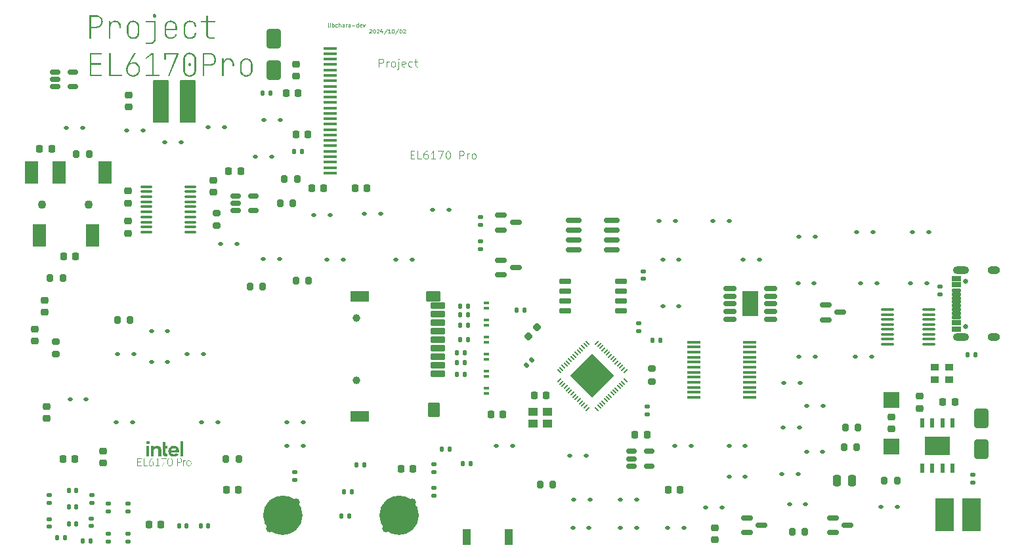
<source format=gts>
G04 Layer: TopSolderMaskLayer*
G04 EasyEDA Pro v2.2.27.1, 2024-10-03 04:14:18*
G04 Gerber Generator version 0.3*
G04 Scale: 100 percent, Rotated: No, Reflected: No*
G04 Dimensions in millimeters*
G04 Leading zeros omitted, absolute positions, 3 integers and 5 decimals*

%TF.GenerationSoftware,KiCad,Pcbnew,8.0.5-unknown-202409261835~48b9027842~ubuntu24.04.1*%
%TF.CreationDate,2024-10-03T03:13:53+08:00*%
%TF.ProjectId,EL6170_Pro_Max_Plus,454c3631-3730-45f5-9072-6f5f4d61785f,rev?*%
%TF.SameCoordinates,Original*%
%TF.FileFunction,Soldermask,Top*%
%TF.FilePolarity,Negative*%
%FSLAX46Y46*%
G04 Gerber Fmt 4.6, Leading zero omitted, Abs format (unit mm)*
G04 Created by KiCad (PCBNEW 8.0.5-unknown-202409261835~48b9027842~ubuntu24.04.1) date 2024-10-03 03:13:53*
%MOMM*%
%LPD*%
G01*
G04 APERTURE LIST*
G04 Aperture macros list*
%AMRoundRect*
0 Rectangle with rounded corners*
0 $1 Rounding radius*
0 $2 $3 $4 $5 $6 $7 $8 $9 X,Y pos of 4 corners*
0 Add a 4 corners polygon primitive as box body*
4,1,4,$2,$3,$4,$5,$6,$7,$8,$9,$2,$3,0*
0 Add four circle primitives for the rounded corners*
1,1,$1+$1,$2,$3*
1,1,$1+$1,$4,$5*
1,1,$1+$1,$6,$7*
1,1,$1+$1,$8,$9*
0 Add four rect primitives between the rounded corners*
20,1,$1+$1,$2,$3,$4,$5,0*
20,1,$1+$1,$4,$5,$6,$7,0*
20,1,$1+$1,$6,$7,$8,$9,0*
20,1,$1+$1,$8,$9,$2,$3,0*%
%AMRotRect*
0 Rectangle, with rotation*
0 The origin of the aperture is its center*
0 $1 length*
0 $2 width*
0 $3 Rotation angle, in degrees counterclockwise*
0 Add horizontal line*
21,1,$1,$2,0,0,$3*%
G04 Aperture macros list end*
%ADD10C,0.100000*%
%ADD11C,0.150000*%
%ADD12C,0.040000*%
%ADD13C,2.550000*%
%ADD14C,0.000000*%
%ADD15RoundRect,0.200000X0.200000X0.275000X-0.200000X0.275000X-0.200000X-0.275000X0.200000X-0.275000X0*%
%ADD16RoundRect,0.112500X0.187500X0.112500X-0.187500X0.112500X-0.187500X-0.112500X0.187500X-0.112500X0*%
%ADD17C,1.100000*%
%ADD18R,1.800000X3.000000*%
%ADD19RoundRect,0.135000X-0.135000X-0.185000X0.135000X-0.185000X0.135000X0.185000X-0.135000X0.185000X0*%
%ADD20RoundRect,0.112500X-0.187500X-0.112500X0.187500X-0.112500X0.187500X0.112500X-0.187500X0.112500X0*%
%ADD21RoundRect,0.140000X0.170000X-0.140000X0.170000X0.140000X-0.170000X0.140000X-0.170000X-0.140000X0*%
%ADD22RoundRect,0.150000X-0.587500X-0.150000X0.587500X-0.150000X0.587500X0.150000X-0.587500X0.150000X0*%
%ADD23RoundRect,0.225000X0.225000X0.250000X-0.225000X0.250000X-0.225000X-0.250000X0.225000X-0.250000X0*%
%ADD24RoundRect,0.147500X-0.147500X-0.172500X0.147500X-0.172500X0.147500X0.172500X-0.147500X0.172500X0*%
%ADD25RoundRect,0.218750X0.218750X0.256250X-0.218750X0.256250X-0.218750X-0.256250X0.218750X-0.256250X0*%
%ADD26RoundRect,0.100000X-0.637500X-0.100000X0.637500X-0.100000X0.637500X0.100000X-0.637500X0.100000X0*%
%ADD27RoundRect,0.225000X-0.250000X0.225000X-0.250000X-0.225000X0.250000X-0.225000X0.250000X0.225000X0*%
%ADD28RoundRect,0.147500X-0.172500X0.147500X-0.172500X-0.147500X0.172500X-0.147500X0.172500X0.147500X0*%
%ADD29RoundRect,0.135000X-0.185000X0.135000X-0.185000X-0.135000X0.185000X-0.135000X0.185000X0.135000X0*%
%ADD30RoundRect,0.140000X-0.140000X-0.170000X0.140000X-0.170000X0.140000X0.170000X-0.140000X0.170000X0*%
%ADD31RoundRect,0.225000X0.250000X-0.225000X0.250000X0.225000X-0.250000X0.225000X-0.250000X-0.225000X0*%
%ADD32C,1.000000*%
%ADD33RoundRect,0.101600X-0.800000X-0.350000X0.800000X-0.350000X0.800000X0.350000X-0.800000X0.350000X0*%
%ADD34RoundRect,0.101600X-0.800000X0.600000X-0.800000X-0.600000X0.800000X-0.600000X0.800000X0.600000X0*%
%ADD35RoundRect,0.101600X-1.100000X0.600000X-1.100000X-0.600000X1.100000X-0.600000X1.100000X0.600000X0*%
%ADD36RoundRect,0.101600X-0.700000X0.800000X-0.700000X-0.800000X0.700000X-0.800000X0.700000X0.800000X0*%
%ADD37RoundRect,0.225000X-0.225000X-0.250000X0.225000X-0.250000X0.225000X0.250000X-0.225000X0.250000X0*%
%ADD38RoundRect,0.200000X-0.200000X-0.275000X0.200000X-0.275000X0.200000X0.275000X-0.200000X0.275000X0*%
%ADD39RoundRect,0.140000X-0.170000X0.140000X-0.170000X-0.140000X0.170000X-0.140000X0.170000X0.140000X0*%
%ADD40RoundRect,0.050000X-0.300000X0.150000X-0.300000X-0.150000X0.300000X-0.150000X0.300000X0.150000X0*%
%ADD41RoundRect,0.150000X-0.512500X-0.150000X0.512500X-0.150000X0.512500X0.150000X-0.512500X0.150000X0*%
%ADD42RoundRect,0.135000X0.135000X0.185000X-0.135000X0.185000X-0.135000X-0.185000X0.135000X-0.185000X0*%
%ADD43RoundRect,0.150000X-0.825000X-0.150000X0.825000X-0.150000X0.825000X0.150000X-0.825000X0.150000X0*%
%ADD44RoundRect,0.140000X0.140000X0.170000X-0.140000X0.170000X-0.140000X-0.170000X0.140000X-0.170000X0*%
%ADD45RoundRect,0.135000X0.185000X-0.135000X0.185000X0.135000X-0.185000X0.135000X-0.185000X-0.135000X0*%
%ADD46R,2.400000X4.300000*%
%ADD47C,0.650000*%
%ADD48RoundRect,0.070000X-0.500000X0.150000X-0.500000X-0.150000X0.500000X-0.150000X0.500000X0.150000X0*%
%ADD49RoundRect,0.070000X0.500000X-0.150000X0.500000X0.150000X-0.500000X0.150000X-0.500000X-0.150000X0*%
%ADD50O,2.100000X1.000000*%
%ADD51RoundRect,0.070000X-0.500000X0.300000X-0.500000X-0.300000X0.500000X-0.300000X0.500000X0.300000X0*%
%ADD52RoundRect,0.070000X0.500000X-0.300000X0.500000X0.300000X-0.500000X0.300000X-0.500000X-0.300000X0*%
%ADD53O,1.600000X1.000000*%
%ADD54RoundRect,0.250000X0.650000X-1.000000X0.650000X1.000000X-0.650000X1.000000X-0.650000X-1.000000X0*%
%ADD55RoundRect,0.218750X-0.218750X-0.256250X0.218750X-0.256250X0.218750X0.256250X-0.218750X0.256250X0*%
%ADD56R,2.000000X2.000000*%
%ADD57R,1.000000X0.900000*%
%ADD58RoundRect,0.150000X-0.687500X-0.150000X0.687500X-0.150000X0.687500X0.150000X-0.687500X0.150000X0*%
%ADD59R,2.100000X3.300000*%
%ADD60RoundRect,0.100000X-0.712500X-0.100000X0.712500X-0.100000X0.712500X0.100000X-0.712500X0.100000X0*%
%ADD61RoundRect,0.200000X0.275000X-0.200000X0.275000X0.200000X-0.275000X0.200000X-0.275000X-0.200000X0*%
%ADD62RoundRect,0.200000X-0.275000X0.200000X-0.275000X-0.200000X0.275000X-0.200000X0.275000X0.200000X0*%
%ADD63RoundRect,0.101600X0.950000X-2.650000X0.950000X2.650000X-0.950000X2.650000X-0.950000X-2.650000X0*%
%ADD64R,1.750000X0.450000*%
%ADD65RoundRect,0.150000X-0.650000X-0.150000X0.650000X-0.150000X0.650000X0.150000X-0.650000X0.150000X0*%
%ADD66R,1.200000X1.100000*%
%ADD67RoundRect,0.218750X0.026517X-0.335876X0.335876X-0.026517X-0.026517X0.335876X-0.335876X0.026517X0*%
%ADD68R,1.800000X0.400000*%
%ADD69R,0.600000X1.200000*%
%ADD70R,3.300000X2.400000*%
%ADD71RoundRect,0.147500X0.017678X-0.226274X0.226274X-0.017678X-0.017678X0.226274X-0.226274X0.017678X0*%
%ADD72RoundRect,0.250000X-0.250000X-0.475000X0.250000X-0.475000X0.250000X0.475000X-0.250000X0.475000X0*%
%ADD73R,1.000000X2.000000*%
%ADD74RoundRect,0.050000X-0.212132X-0.282843X0.282843X0.212132X0.212132X0.282843X-0.282843X-0.212132X0*%
%ADD75RoundRect,0.050000X0.212132X-0.282843X0.282843X-0.212132X-0.212132X0.282843X-0.282843X0.212132X0*%
%ADD76RotRect,4.000000X4.000000X45.000000*%
G04 APERTURE END LIST*
D10*
X138403884Y-70072419D02*
X138403884Y-69072419D01*
X138403884Y-69072419D02*
X138784836Y-69072419D01*
X138784836Y-69072419D02*
X138880074Y-69120038D01*
X138880074Y-69120038D02*
X138927693Y-69167657D01*
X138927693Y-69167657D02*
X138975312Y-69262895D01*
X138975312Y-69262895D02*
X138975312Y-69405752D01*
X138975312Y-69405752D02*
X138927693Y-69500990D01*
X138927693Y-69500990D02*
X138880074Y-69548609D01*
X138880074Y-69548609D02*
X138784836Y-69596228D01*
X138784836Y-69596228D02*
X138403884Y-69596228D01*
X139403884Y-70072419D02*
X139403884Y-69405752D01*
X139403884Y-69596228D02*
X139451503Y-69500990D01*
X139451503Y-69500990D02*
X139499122Y-69453371D01*
X139499122Y-69453371D02*
X139594360Y-69405752D01*
X139594360Y-69405752D02*
X139689598Y-69405752D01*
X140165789Y-70072419D02*
X140070551Y-70024800D01*
X140070551Y-70024800D02*
X140022932Y-69977180D01*
X140022932Y-69977180D02*
X139975313Y-69881942D01*
X139975313Y-69881942D02*
X139975313Y-69596228D01*
X139975313Y-69596228D02*
X140022932Y-69500990D01*
X140022932Y-69500990D02*
X140070551Y-69453371D01*
X140070551Y-69453371D02*
X140165789Y-69405752D01*
X140165789Y-69405752D02*
X140308646Y-69405752D01*
X140308646Y-69405752D02*
X140403884Y-69453371D01*
X140403884Y-69453371D02*
X140451503Y-69500990D01*
X140451503Y-69500990D02*
X140499122Y-69596228D01*
X140499122Y-69596228D02*
X140499122Y-69881942D01*
X140499122Y-69881942D02*
X140451503Y-69977180D01*
X140451503Y-69977180D02*
X140403884Y-70024800D01*
X140403884Y-70024800D02*
X140308646Y-70072419D01*
X140308646Y-70072419D02*
X140165789Y-70072419D01*
X140927694Y-69405752D02*
X140927694Y-70262895D01*
X140927694Y-70262895D02*
X140880075Y-70358133D01*
X140880075Y-70358133D02*
X140784837Y-70405752D01*
X140784837Y-70405752D02*
X140737218Y-70405752D01*
X140927694Y-69072419D02*
X140880075Y-69120038D01*
X140880075Y-69120038D02*
X140927694Y-69167657D01*
X140927694Y-69167657D02*
X140975313Y-69120038D01*
X140975313Y-69120038D02*
X140927694Y-69072419D01*
X140927694Y-69072419D02*
X140927694Y-69167657D01*
X141784836Y-70024800D02*
X141689598Y-70072419D01*
X141689598Y-70072419D02*
X141499122Y-70072419D01*
X141499122Y-70072419D02*
X141403884Y-70024800D01*
X141403884Y-70024800D02*
X141356265Y-69929561D01*
X141356265Y-69929561D02*
X141356265Y-69548609D01*
X141356265Y-69548609D02*
X141403884Y-69453371D01*
X141403884Y-69453371D02*
X141499122Y-69405752D01*
X141499122Y-69405752D02*
X141689598Y-69405752D01*
X141689598Y-69405752D02*
X141784836Y-69453371D01*
X141784836Y-69453371D02*
X141832455Y-69548609D01*
X141832455Y-69548609D02*
X141832455Y-69643847D01*
X141832455Y-69643847D02*
X141356265Y-69739085D01*
X142689598Y-70024800D02*
X142594360Y-70072419D01*
X142594360Y-70072419D02*
X142403884Y-70072419D01*
X142403884Y-70072419D02*
X142308646Y-70024800D01*
X142308646Y-70024800D02*
X142261027Y-69977180D01*
X142261027Y-69977180D02*
X142213408Y-69881942D01*
X142213408Y-69881942D02*
X142213408Y-69596228D01*
X142213408Y-69596228D02*
X142261027Y-69500990D01*
X142261027Y-69500990D02*
X142308646Y-69453371D01*
X142308646Y-69453371D02*
X142403884Y-69405752D01*
X142403884Y-69405752D02*
X142594360Y-69405752D01*
X142594360Y-69405752D02*
X142689598Y-69453371D01*
X142975313Y-69405752D02*
X143356265Y-69405752D01*
X143118170Y-69072419D02*
X143118170Y-69929561D01*
X143118170Y-69929561D02*
X143165789Y-70024800D01*
X143165789Y-70024800D02*
X143261027Y-70072419D01*
X143261027Y-70072419D02*
X143356265Y-70072419D01*
D11*
G36*
X102089684Y-63453799D02*
G01*
X102238172Y-63485828D01*
X102371407Y-63539210D01*
X102505000Y-63626365D01*
X102549961Y-63666238D01*
X102651913Y-63786960D01*
X102724735Y-63926009D01*
X102764560Y-64062711D01*
X102782083Y-64213445D01*
X102782993Y-64259089D01*
X102771741Y-64413832D01*
X102737983Y-64554543D01*
X102671845Y-64698174D01*
X102576312Y-64823477D01*
X102547836Y-64851939D01*
X102421050Y-64949553D01*
X102275139Y-65019276D01*
X102131779Y-65057407D01*
X101973778Y-65074184D01*
X101925945Y-65075055D01*
X101253056Y-65075055D01*
X101253056Y-66435000D01*
X101049064Y-66435000D01*
X101049064Y-64893729D01*
X101253056Y-64893729D01*
X101925945Y-64893729D01*
X102067207Y-64883016D01*
X102208242Y-64845353D01*
X102342737Y-64771701D01*
X102401217Y-64722320D01*
X102494971Y-64603125D01*
X102554001Y-64460690D01*
X102577439Y-64312627D01*
X102579002Y-64259089D01*
X102565107Y-64102920D01*
X102523422Y-63966698D01*
X102444512Y-63838732D01*
X102403342Y-63794441D01*
X102281243Y-63704796D01*
X102134519Y-63648353D01*
X101981413Y-63625942D01*
X101925945Y-63624448D01*
X101253056Y-63624448D01*
X101253056Y-64893729D01*
X101049064Y-64893729D01*
X101049064Y-63443122D01*
X101925945Y-63443122D01*
X102089684Y-63453799D01*
G37*
G36*
X103572044Y-66435000D02*
G01*
X103572044Y-64168426D01*
X103776036Y-64168426D01*
X103776036Y-64531078D01*
X103837260Y-64399300D01*
X103931462Y-64282843D01*
X103994193Y-64231465D01*
X104130308Y-64161299D01*
X104276910Y-64128280D01*
X104371720Y-64123094D01*
X104525015Y-64133195D01*
X104677964Y-64169473D01*
X104807186Y-64232136D01*
X104924197Y-64334169D01*
X105012192Y-64466681D01*
X105066233Y-64607612D01*
X105094854Y-64748793D01*
X105106053Y-64906649D01*
X105106231Y-64930561D01*
X105106231Y-65137386D01*
X104902240Y-65137386D01*
X104902240Y-64931270D01*
X104893297Y-64787661D01*
X104861859Y-64647691D01*
X104800381Y-64518978D01*
X104759162Y-64465205D01*
X104645297Y-64373665D01*
X104499461Y-64320122D01*
X104356359Y-64304577D01*
X104339138Y-64304420D01*
X104195488Y-64317811D01*
X104059665Y-64364100D01*
X103939181Y-64453206D01*
X103920530Y-64473705D01*
X103838264Y-64606173D01*
X103793110Y-64755360D01*
X103776600Y-64913047D01*
X103776036Y-64951102D01*
X103776036Y-66435000D01*
X103572044Y-66435000D01*
G37*
G36*
X106843336Y-64133873D02*
G01*
X106999694Y-64172586D01*
X107137637Y-64239454D01*
X107257163Y-64334478D01*
X107270809Y-64348335D01*
X107365323Y-64470429D01*
X107432834Y-64611470D01*
X107469753Y-64750424D01*
X107485998Y-64903884D01*
X107486842Y-64950394D01*
X107486842Y-65653032D01*
X107476504Y-65810636D01*
X107445492Y-65953734D01*
X107384733Y-66099512D01*
X107296969Y-66226343D01*
X107270809Y-66255090D01*
X107153585Y-66353633D01*
X107017944Y-66424021D01*
X106863888Y-66466253D01*
X106713982Y-66480111D01*
X106691416Y-66480331D01*
X106541050Y-66469553D01*
X106385721Y-66430840D01*
X106248011Y-66363971D01*
X106127921Y-66268948D01*
X106114148Y-66255090D01*
X106018704Y-66132996D01*
X105950530Y-65991955D01*
X105913247Y-65853002D01*
X105896843Y-65699542D01*
X105895990Y-65653032D01*
X105895990Y-64950394D01*
X105896037Y-64949685D01*
X106099982Y-64949685D01*
X106099982Y-65653740D01*
X106109677Y-65798234D01*
X106143761Y-65940470D01*
X106210413Y-66073277D01*
X106255101Y-66129720D01*
X106376643Y-66226100D01*
X106512991Y-66279002D01*
X106656759Y-66298344D01*
X106691416Y-66299005D01*
X106839616Y-66285614D01*
X106980890Y-66239326D01*
X107107849Y-66150220D01*
X107127732Y-66129720D01*
X107209532Y-66010194D01*
X107261037Y-65864106D01*
X107281487Y-65709917D01*
X107282850Y-65653740D01*
X107282850Y-64949685D01*
X107273022Y-64805236D01*
X107238472Y-64663155D01*
X107170906Y-64530652D01*
X107125607Y-64474413D01*
X107003677Y-64377630D01*
X106867992Y-64324507D01*
X106725650Y-64305084D01*
X106691416Y-64304420D01*
X106544760Y-64317867D01*
X106404150Y-64364349D01*
X106276643Y-64453828D01*
X106256517Y-64474413D01*
X106173969Y-64593566D01*
X106121995Y-64739419D01*
X106101358Y-64893514D01*
X106099982Y-64949685D01*
X105896037Y-64949685D01*
X105906430Y-64792789D01*
X105937747Y-64649691D01*
X105999104Y-64503913D01*
X106087731Y-64377082D01*
X106114148Y-64348335D01*
X106232037Y-64249792D01*
X106367544Y-64179405D01*
X106520671Y-64137172D01*
X106669109Y-64123314D01*
X106691416Y-64123094D01*
X106843336Y-64133873D01*
G37*
G36*
X108350265Y-67160303D02*
G01*
X108350265Y-66978977D01*
X108823412Y-66978977D01*
X108975217Y-66966763D01*
X109117735Y-66924541D01*
X109242709Y-66843265D01*
X109261852Y-66824567D01*
X109346538Y-66703078D01*
X109393020Y-66565180D01*
X109410015Y-66418717D01*
X109410596Y-66383293D01*
X109410596Y-64349752D01*
X108329724Y-64349752D01*
X108329724Y-64168426D01*
X109614588Y-64168426D01*
X109614588Y-66381877D01*
X109604623Y-66533908D01*
X109568832Y-66689149D01*
X109507010Y-66824645D01*
X109419158Y-66940397D01*
X109406346Y-66953478D01*
X109292088Y-67043964D01*
X109156846Y-67108597D01*
X109000621Y-67147377D01*
X108846711Y-67160101D01*
X108823412Y-67160303D01*
X108350265Y-67160303D01*
G37*
G36*
X109451678Y-63715111D02*
G01*
X109310743Y-63677500D01*
X109280268Y-63653489D01*
X109217395Y-63525548D01*
X109215104Y-63488454D01*
X109258123Y-63348680D01*
X109280268Y-63324127D01*
X109413280Y-63263988D01*
X109451678Y-63261796D01*
X109592612Y-63299840D01*
X109623087Y-63324127D01*
X109685960Y-63451384D01*
X109688251Y-63488454D01*
X109645233Y-63628695D01*
X109623087Y-63653489D01*
X109490076Y-63712945D01*
X109451678Y-63715111D01*
G37*
G36*
X111717784Y-64133906D02*
G01*
X111856979Y-64166342D01*
X111997135Y-64229891D01*
X112117104Y-64321682D01*
X112143942Y-64349043D01*
X112235978Y-64471536D01*
X112301717Y-64613064D01*
X112337668Y-64752516D01*
X112353487Y-64906543D01*
X112354309Y-64953227D01*
X112354309Y-65347044D01*
X110967449Y-65347044D01*
X110967449Y-65655865D01*
X110979719Y-65813054D01*
X111016529Y-65950746D01*
X111086212Y-66080870D01*
X111122568Y-66126179D01*
X111232244Y-66217318D01*
X111367375Y-66274701D01*
X111510757Y-66297486D01*
X111563133Y-66299005D01*
X111711313Y-66285865D01*
X111853300Y-66241557D01*
X111946325Y-66187801D01*
X112052136Y-66083313D01*
X112117500Y-65951704D01*
X112134026Y-65881814D01*
X112338018Y-65881814D01*
X112298088Y-66028122D01*
X112233283Y-66156276D01*
X112143601Y-66266278D01*
X112083028Y-66319546D01*
X111958571Y-66397269D01*
X111817082Y-66449556D01*
X111677015Y-66474678D01*
X111563133Y-66480331D01*
X111406690Y-66469553D01*
X111265839Y-66437218D01*
X111123956Y-66373870D01*
X111002438Y-66282365D01*
X110975240Y-66255090D01*
X110882585Y-66132996D01*
X110816403Y-65991955D01*
X110780210Y-65853002D01*
X110764285Y-65699542D01*
X110763457Y-65653032D01*
X110763457Y-64950394D01*
X110967449Y-64950394D01*
X110967449Y-65165718D01*
X112150317Y-65165718D01*
X112150317Y-64950394D01*
X112138215Y-64792519D01*
X112101909Y-64654367D01*
X112033181Y-64523995D01*
X111997323Y-64478663D01*
X111889182Y-64386777D01*
X111756002Y-64328923D01*
X111614730Y-64305952D01*
X111563133Y-64304420D01*
X111412878Y-64318035D01*
X111270111Y-64365099D01*
X111152798Y-64445779D01*
X111122568Y-64476538D01*
X111040767Y-64596466D01*
X110989262Y-64741986D01*
X110968812Y-64894837D01*
X110967449Y-64950394D01*
X110763457Y-64950394D01*
X110773693Y-64792789D01*
X110804401Y-64649691D01*
X110864562Y-64503913D01*
X110951462Y-64377082D01*
X110977365Y-64348335D01*
X111094457Y-64249792D01*
X111231115Y-64179405D01*
X111387341Y-64137172D01*
X111540089Y-64123314D01*
X111563133Y-64123094D01*
X111717784Y-64133906D01*
G37*
G36*
X114029448Y-66480331D02*
G01*
X113874458Y-66469553D01*
X113734246Y-66437218D01*
X113592098Y-66373870D01*
X113469251Y-66282365D01*
X113441556Y-66255090D01*
X113347041Y-66132996D01*
X113279531Y-65991955D01*
X113242611Y-65853002D01*
X113226367Y-65699542D01*
X113225523Y-65653032D01*
X113225523Y-64950394D01*
X113235962Y-64792789D01*
X113267280Y-64649691D01*
X113328636Y-64503913D01*
X113417263Y-64377082D01*
X113443681Y-64348335D01*
X113562100Y-64249792D01*
X113699201Y-64179405D01*
X113854984Y-64137172D01*
X114006619Y-64123314D01*
X114029448Y-64123094D01*
X114184506Y-64133262D01*
X114324922Y-64163767D01*
X114467468Y-64223530D01*
X114590890Y-64309854D01*
X114618757Y-64335586D01*
X114714201Y-64450951D01*
X114782376Y-64584555D01*
X114823280Y-64736397D01*
X114836702Y-64884221D01*
X114836915Y-64906479D01*
X114632923Y-64906479D01*
X114620149Y-64756629D01*
X114575991Y-64613391D01*
X114490986Y-64484111D01*
X114471430Y-64463789D01*
X114346662Y-64373055D01*
X114208543Y-64323252D01*
X114064127Y-64305043D01*
X114029448Y-64304420D01*
X113882456Y-64317811D01*
X113740684Y-64364100D01*
X113621601Y-64443452D01*
X113590300Y-64473705D01*
X113505511Y-64592346D01*
X113452125Y-64737548D01*
X113430928Y-64890940D01*
X113429515Y-64946852D01*
X113429515Y-65656573D01*
X113439564Y-65798677D01*
X113474892Y-65939282D01*
X113543980Y-66071591D01*
X113590300Y-66128304D01*
X113702577Y-66218322D01*
X113837542Y-66275000D01*
X113978409Y-66297505D01*
X114029448Y-66299005D01*
X114178097Y-66286343D01*
X114320920Y-66242572D01*
X114450862Y-66158313D01*
X114471430Y-66138928D01*
X114563374Y-66014328D01*
X114613841Y-65876651D01*
X114632293Y-65732871D01*
X114632923Y-65698363D01*
X114836915Y-65698363D01*
X114826476Y-65848148D01*
X114788980Y-66002149D01*
X114724214Y-66137822D01*
X114632179Y-66255168D01*
X114618757Y-66268548D01*
X114500116Y-66361203D01*
X114362351Y-66427385D01*
X114205462Y-66467095D01*
X114052496Y-66480124D01*
X114029448Y-66480331D01*
G37*
G36*
X116650882Y-66435000D02*
G01*
X116501945Y-66422134D01*
X116365277Y-66378262D01*
X116257065Y-66303255D01*
X116173762Y-66187082D01*
X116131176Y-66051015D01*
X116120362Y-65918646D01*
X116120362Y-64349752D01*
X115455265Y-64349752D01*
X115455265Y-64168426D01*
X116120362Y-64168426D01*
X116120362Y-63533785D01*
X116324354Y-63533785D01*
X116324354Y-64168426D01*
X117262857Y-64168426D01*
X117262857Y-64349752D01*
X116324354Y-64349752D01*
X116324354Y-65922896D01*
X116344762Y-66067611D01*
X116427670Y-66190361D01*
X116574352Y-66248505D01*
X116650882Y-66253674D01*
X117242316Y-66253674D01*
X117242316Y-66435000D01*
X116650882Y-66435000D01*
G37*
G36*
X101089438Y-71307000D02*
G01*
X101089438Y-68315122D01*
X102680997Y-68315122D01*
X102680997Y-68496448D01*
X101293429Y-68496448D01*
X101293429Y-69629735D01*
X102537920Y-69629735D01*
X102537920Y-69811061D01*
X101293429Y-69811061D01*
X101293429Y-71125674D01*
X102680997Y-71125674D01*
X102680997Y-71307000D01*
X101089438Y-71307000D01*
G37*
G36*
X103604626Y-71307000D02*
G01*
X103604626Y-68315122D01*
X103808618Y-68315122D01*
X103808618Y-71125674D01*
X105257100Y-71125674D01*
X105257100Y-71307000D01*
X103604626Y-71307000D01*
G37*
G36*
X106193478Y-69718273D02*
G01*
X106209769Y-69730314D01*
X106320829Y-69631428D01*
X106420136Y-69572362D01*
X106560861Y-69518617D01*
X106710473Y-69495660D01*
X106772871Y-69493741D01*
X106920232Y-69505154D01*
X107068906Y-69544072D01*
X107203520Y-69610611D01*
X107321478Y-69701436D01*
X107420186Y-69814190D01*
X107493217Y-69935722D01*
X107548124Y-70072375D01*
X107582695Y-70222032D01*
X107596422Y-70367842D01*
X107597337Y-70418786D01*
X107588261Y-70568331D01*
X107561031Y-70707791D01*
X107509485Y-70850918D01*
X107482592Y-70904683D01*
X107402534Y-71027239D01*
X107304907Y-71131949D01*
X107189711Y-71218813D01*
X107164563Y-71234044D01*
X107030705Y-71296422D01*
X106884119Y-71335697D01*
X106741310Y-71351291D01*
X106691416Y-71352331D01*
X106545171Y-71342918D01*
X106394767Y-71310381D01*
X106257090Y-71254602D01*
X106218269Y-71233336D01*
X106099490Y-71149764D01*
X105998141Y-71047793D01*
X105914224Y-70927423D01*
X105899532Y-70901141D01*
X105839395Y-70761085D01*
X105801531Y-70608302D01*
X105786497Y-70459915D01*
X105785783Y-70423036D01*
X105989487Y-70423036D01*
X105997514Y-70568621D01*
X106030135Y-70714078D01*
X106070942Y-70814020D01*
X106152968Y-70939514D01*
X106259777Y-71039759D01*
X106317431Y-71077509D01*
X106457061Y-71138044D01*
X106600892Y-71166531D01*
X106691416Y-71171005D01*
X106840625Y-71157857D01*
X106986531Y-71113940D01*
X107058318Y-71077509D01*
X107175998Y-70988918D01*
X107270065Y-70875078D01*
X107305516Y-70814020D01*
X107359037Y-70679021D01*
X107387856Y-70530078D01*
X107393346Y-70423036D01*
X107382967Y-70275365D01*
X107347973Y-70129543D01*
X107305516Y-70030635D01*
X107222348Y-69906058D01*
X107115566Y-69806263D01*
X107058318Y-69768563D01*
X106921223Y-69708028D01*
X106780149Y-69679540D01*
X106691416Y-69675066D01*
X106542407Y-69688214D01*
X106397165Y-69732132D01*
X106325931Y-69768563D01*
X106210085Y-69856919D01*
X106116918Y-69970059D01*
X106081566Y-70030635D01*
X106027447Y-70164505D01*
X105996835Y-70314311D01*
X105989487Y-70423036D01*
X105785783Y-70423036D01*
X105785495Y-70408161D01*
X105795555Y-70263966D01*
X105825735Y-70120369D01*
X105857034Y-70024969D01*
X105915568Y-69881836D01*
X105977800Y-69751156D01*
X106034818Y-69644609D01*
X106797662Y-68315122D01*
X107029986Y-68315122D01*
X106193478Y-69718273D01*
G37*
G36*
X108309183Y-71307000D02*
G01*
X108309183Y-71125674D01*
X109153482Y-71125674D01*
X109153482Y-68524072D01*
X108341765Y-69117631D01*
X108341765Y-68890265D01*
X109088318Y-68315122D01*
X109357473Y-68315122D01*
X109357473Y-71125674D01*
X110063653Y-71125674D01*
X110063653Y-71307000D01*
X108309183Y-71307000D01*
G37*
G36*
X111179232Y-71307000D02*
G01*
X112309685Y-68496448D01*
X110905826Y-68496448D01*
X110905826Y-69132505D01*
X110701835Y-69132505D01*
X110701835Y-68315122D01*
X112517927Y-68315122D01*
X112517927Y-68518406D01*
X111403764Y-71307000D01*
X111179232Y-71307000D01*
G37*
G36*
X114130665Y-69666965D02*
G01*
X114141360Y-69675066D01*
X114196608Y-69808936D01*
X114141360Y-69943514D01*
X114004154Y-69992196D01*
X113992616Y-69992387D01*
X113856333Y-69952248D01*
X113845289Y-69943514D01*
X113788625Y-69808936D01*
X113845289Y-69675066D01*
X113981499Y-69629912D01*
X113992616Y-69629735D01*
X114130665Y-69666965D01*
G37*
G36*
X114156921Y-68281213D02*
G01*
X114301791Y-68315479D01*
X114431477Y-68372590D01*
X114561097Y-68465831D01*
X114604591Y-68508489D01*
X114692080Y-68620711D01*
X114758080Y-68749133D01*
X114802592Y-68893756D01*
X114825615Y-69054581D01*
X114829124Y-69153755D01*
X114829124Y-70468367D01*
X114821230Y-70615169D01*
X114792067Y-70771456D01*
X114741416Y-70911611D01*
X114669276Y-71035632D01*
X114604591Y-71114341D01*
X114482409Y-71218461D01*
X114340394Y-71292833D01*
X114199862Y-71333506D01*
X114044146Y-71351401D01*
X113996866Y-71352331D01*
X113835054Y-71340943D01*
X113688629Y-71306778D01*
X113557592Y-71249837D01*
X113426678Y-71156872D01*
X113382766Y-71114341D01*
X113294450Y-71001843D01*
X113227825Y-70873213D01*
X113182892Y-70728449D01*
X113159651Y-70567552D01*
X113156109Y-70468367D01*
X113156109Y-69153755D01*
X113360101Y-69153755D01*
X113360101Y-70468367D01*
X113370814Y-70622114D01*
X113408477Y-70774864D01*
X113473258Y-70906213D01*
X113531510Y-70981888D01*
X113650608Y-71081618D01*
X113793638Y-71144410D01*
X113942828Y-71169343D01*
X113996866Y-71171005D01*
X114150296Y-71156046D01*
X114284676Y-71111167D01*
X114411645Y-71026212D01*
X114455847Y-70981888D01*
X114537679Y-70864808D01*
X114592730Y-70726326D01*
X114619181Y-70585262D01*
X114625132Y-70468367D01*
X114625132Y-69153755D01*
X114614552Y-69000008D01*
X114577355Y-68847257D01*
X114513378Y-68715909D01*
X114455847Y-68640234D01*
X114338285Y-68540504D01*
X114197206Y-68477711D01*
X114050126Y-68452779D01*
X113996866Y-68451117D01*
X113841214Y-68466076D01*
X113704948Y-68510955D01*
X113576277Y-68595910D01*
X113531510Y-68640234D01*
X113448651Y-68757314D01*
X113392910Y-68895796D01*
X113366127Y-69036859D01*
X113360101Y-69153755D01*
X113156109Y-69153755D01*
X113164077Y-69006978D01*
X113193516Y-68850782D01*
X113244647Y-68710788D01*
X113317470Y-68586994D01*
X113382766Y-68508489D01*
X113489623Y-68415481D01*
X113630586Y-68337158D01*
X113770416Y-68293101D01*
X113925634Y-68271889D01*
X113996866Y-68269791D01*
X114156921Y-68281213D01*
G37*
G36*
X116692085Y-68325799D02*
G01*
X116840572Y-68357828D01*
X116973807Y-68411210D01*
X117107400Y-68498365D01*
X117152362Y-68538238D01*
X117254313Y-68658960D01*
X117327136Y-68798009D01*
X117366961Y-68934711D01*
X117384483Y-69085445D01*
X117385394Y-69131089D01*
X117374141Y-69285832D01*
X117340383Y-69426543D01*
X117274245Y-69570174D01*
X117178713Y-69695477D01*
X117150237Y-69723939D01*
X117023450Y-69821553D01*
X116877540Y-69891276D01*
X116734180Y-69929407D01*
X116576178Y-69946184D01*
X116528346Y-69947055D01*
X115855457Y-69947055D01*
X115855457Y-71307000D01*
X115651465Y-71307000D01*
X115651465Y-69765729D01*
X115855457Y-69765729D01*
X116528346Y-69765729D01*
X116669608Y-69755016D01*
X116810643Y-69717353D01*
X116945138Y-69643701D01*
X117003618Y-69594320D01*
X117097371Y-69475125D01*
X117156401Y-69332690D01*
X117179840Y-69184627D01*
X117181402Y-69131089D01*
X117167507Y-68974920D01*
X117125822Y-68838698D01*
X117046913Y-68710732D01*
X117005743Y-68666441D01*
X116883643Y-68576796D01*
X116736919Y-68520353D01*
X116583813Y-68497942D01*
X116528346Y-68496448D01*
X115855457Y-68496448D01*
X115855457Y-69765729D01*
X115651465Y-69765729D01*
X115651465Y-68315122D01*
X116528346Y-68315122D01*
X116692085Y-68325799D01*
G37*
G36*
X118174445Y-71307000D02*
G01*
X118174445Y-69040426D01*
X118378436Y-69040426D01*
X118378436Y-69403078D01*
X118439660Y-69271300D01*
X118533862Y-69154843D01*
X118596594Y-69103465D01*
X118732708Y-69033299D01*
X118879311Y-69000280D01*
X118974120Y-68995094D01*
X119127416Y-69005195D01*
X119280365Y-69041473D01*
X119409586Y-69104136D01*
X119526598Y-69206169D01*
X119614593Y-69338681D01*
X119668634Y-69479612D01*
X119697255Y-69620793D01*
X119708454Y-69778649D01*
X119708632Y-69802561D01*
X119708632Y-70009386D01*
X119504640Y-70009386D01*
X119504640Y-69803270D01*
X119495698Y-69659661D01*
X119464260Y-69519691D01*
X119402781Y-69390978D01*
X119361563Y-69337205D01*
X119247698Y-69245665D01*
X119101861Y-69192122D01*
X118958760Y-69176577D01*
X118941538Y-69176420D01*
X118797889Y-69189811D01*
X118662066Y-69236100D01*
X118541582Y-69325206D01*
X118522930Y-69345705D01*
X118440665Y-69478173D01*
X118395510Y-69627360D01*
X118379001Y-69785047D01*
X118378436Y-69823102D01*
X118378436Y-71307000D01*
X118174445Y-71307000D01*
G37*
G36*
X121445737Y-69005873D02*
G01*
X121602095Y-69044586D01*
X121740037Y-69111454D01*
X121859564Y-69206478D01*
X121873210Y-69220335D01*
X121967724Y-69342429D01*
X122035234Y-69483470D01*
X122072154Y-69622424D01*
X122088398Y-69775884D01*
X122089242Y-69822394D01*
X122089242Y-70525032D01*
X122078905Y-70682636D01*
X122047892Y-70825734D01*
X121987133Y-70971512D01*
X121899370Y-71098343D01*
X121873210Y-71127090D01*
X121755985Y-71225633D01*
X121620345Y-71296021D01*
X121466289Y-71338253D01*
X121316383Y-71352111D01*
X121293817Y-71352331D01*
X121143451Y-71341553D01*
X120988122Y-71302840D01*
X120850412Y-71235971D01*
X120730321Y-71140948D01*
X120716549Y-71127090D01*
X120621105Y-71004996D01*
X120552930Y-70863955D01*
X120515648Y-70725002D01*
X120499243Y-70571542D01*
X120498391Y-70525032D01*
X120498391Y-69822394D01*
X120498438Y-69821685D01*
X120702383Y-69821685D01*
X120702383Y-70525740D01*
X120712078Y-70670234D01*
X120746161Y-70812470D01*
X120812814Y-70945277D01*
X120857501Y-71001720D01*
X120979043Y-71098100D01*
X121115392Y-71151002D01*
X121259160Y-71170344D01*
X121293817Y-71171005D01*
X121442017Y-71157614D01*
X121583290Y-71111326D01*
X121710250Y-71022220D01*
X121730132Y-71001720D01*
X121811933Y-70882194D01*
X121863437Y-70736106D01*
X121883887Y-70581917D01*
X121885251Y-70525740D01*
X121885251Y-69821685D01*
X121875423Y-69677236D01*
X121840872Y-69535155D01*
X121773307Y-69402652D01*
X121728007Y-69346413D01*
X121606077Y-69249630D01*
X121470393Y-69196507D01*
X121328050Y-69177084D01*
X121293817Y-69176420D01*
X121147160Y-69189867D01*
X121006551Y-69236349D01*
X120879044Y-69325828D01*
X120858918Y-69346413D01*
X120776370Y-69465566D01*
X120724395Y-69611419D01*
X120703758Y-69765514D01*
X120702383Y-69821685D01*
X120498438Y-69821685D01*
X120508830Y-69664789D01*
X120540148Y-69521691D01*
X120601505Y-69375913D01*
X120690131Y-69249082D01*
X120716549Y-69220335D01*
X120834437Y-69121792D01*
X120969945Y-69051405D01*
X121123071Y-69009172D01*
X121271510Y-68995314D01*
X121293817Y-68995094D01*
X121445737Y-69005873D01*
G37*
D10*
X142503884Y-81448609D02*
X142837217Y-81448609D01*
X142980074Y-81972419D02*
X142503884Y-81972419D01*
X142503884Y-81972419D02*
X142503884Y-80972419D01*
X142503884Y-80972419D02*
X142980074Y-80972419D01*
X143884836Y-81972419D02*
X143408646Y-81972419D01*
X143408646Y-81972419D02*
X143408646Y-80972419D01*
X144646741Y-80972419D02*
X144456265Y-80972419D01*
X144456265Y-80972419D02*
X144361027Y-81020038D01*
X144361027Y-81020038D02*
X144313408Y-81067657D01*
X144313408Y-81067657D02*
X144218170Y-81210514D01*
X144218170Y-81210514D02*
X144170551Y-81400990D01*
X144170551Y-81400990D02*
X144170551Y-81781942D01*
X144170551Y-81781942D02*
X144218170Y-81877180D01*
X144218170Y-81877180D02*
X144265789Y-81924800D01*
X144265789Y-81924800D02*
X144361027Y-81972419D01*
X144361027Y-81972419D02*
X144551503Y-81972419D01*
X144551503Y-81972419D02*
X144646741Y-81924800D01*
X144646741Y-81924800D02*
X144694360Y-81877180D01*
X144694360Y-81877180D02*
X144741979Y-81781942D01*
X144741979Y-81781942D02*
X144741979Y-81543847D01*
X144741979Y-81543847D02*
X144694360Y-81448609D01*
X144694360Y-81448609D02*
X144646741Y-81400990D01*
X144646741Y-81400990D02*
X144551503Y-81353371D01*
X144551503Y-81353371D02*
X144361027Y-81353371D01*
X144361027Y-81353371D02*
X144265789Y-81400990D01*
X144265789Y-81400990D02*
X144218170Y-81448609D01*
X144218170Y-81448609D02*
X144170551Y-81543847D01*
X145694360Y-81972419D02*
X145122932Y-81972419D01*
X145408646Y-81972419D02*
X145408646Y-80972419D01*
X145408646Y-80972419D02*
X145313408Y-81115276D01*
X145313408Y-81115276D02*
X145218170Y-81210514D01*
X145218170Y-81210514D02*
X145122932Y-81258133D01*
X146027694Y-80972419D02*
X146694360Y-80972419D01*
X146694360Y-80972419D02*
X146265789Y-81972419D01*
X147265789Y-80972419D02*
X147361027Y-80972419D01*
X147361027Y-80972419D02*
X147456265Y-81020038D01*
X147456265Y-81020038D02*
X147503884Y-81067657D01*
X147503884Y-81067657D02*
X147551503Y-81162895D01*
X147551503Y-81162895D02*
X147599122Y-81353371D01*
X147599122Y-81353371D02*
X147599122Y-81591466D01*
X147599122Y-81591466D02*
X147551503Y-81781942D01*
X147551503Y-81781942D02*
X147503884Y-81877180D01*
X147503884Y-81877180D02*
X147456265Y-81924800D01*
X147456265Y-81924800D02*
X147361027Y-81972419D01*
X147361027Y-81972419D02*
X147265789Y-81972419D01*
X147265789Y-81972419D02*
X147170551Y-81924800D01*
X147170551Y-81924800D02*
X147122932Y-81877180D01*
X147122932Y-81877180D02*
X147075313Y-81781942D01*
X147075313Y-81781942D02*
X147027694Y-81591466D01*
X147027694Y-81591466D02*
X147027694Y-81353371D01*
X147027694Y-81353371D02*
X147075313Y-81162895D01*
X147075313Y-81162895D02*
X147122932Y-81067657D01*
X147122932Y-81067657D02*
X147170551Y-81020038D01*
X147170551Y-81020038D02*
X147265789Y-80972419D01*
X148789599Y-81972419D02*
X148789599Y-80972419D01*
X148789599Y-80972419D02*
X149170551Y-80972419D01*
X149170551Y-80972419D02*
X149265789Y-81020038D01*
X149265789Y-81020038D02*
X149313408Y-81067657D01*
X149313408Y-81067657D02*
X149361027Y-81162895D01*
X149361027Y-81162895D02*
X149361027Y-81305752D01*
X149361027Y-81305752D02*
X149313408Y-81400990D01*
X149313408Y-81400990D02*
X149265789Y-81448609D01*
X149265789Y-81448609D02*
X149170551Y-81496228D01*
X149170551Y-81496228D02*
X148789599Y-81496228D01*
X149789599Y-81972419D02*
X149789599Y-81305752D01*
X149789599Y-81496228D02*
X149837218Y-81400990D01*
X149837218Y-81400990D02*
X149884837Y-81353371D01*
X149884837Y-81353371D02*
X149980075Y-81305752D01*
X149980075Y-81305752D02*
X150075313Y-81305752D01*
X150551504Y-81972419D02*
X150456266Y-81924800D01*
X150456266Y-81924800D02*
X150408647Y-81877180D01*
X150408647Y-81877180D02*
X150361028Y-81781942D01*
X150361028Y-81781942D02*
X150361028Y-81496228D01*
X150361028Y-81496228D02*
X150408647Y-81400990D01*
X150408647Y-81400990D02*
X150456266Y-81353371D01*
X150456266Y-81353371D02*
X150551504Y-81305752D01*
X150551504Y-81305752D02*
X150694361Y-81305752D01*
X150694361Y-81305752D02*
X150789599Y-81353371D01*
X150789599Y-81353371D02*
X150837218Y-81400990D01*
X150837218Y-81400990D02*
X150884837Y-81496228D01*
X150884837Y-81496228D02*
X150884837Y-81781942D01*
X150884837Y-81781942D02*
X150837218Y-81877180D01*
X150837218Y-81877180D02*
X150789599Y-81924800D01*
X150789599Y-81924800D02*
X150694361Y-81972419D01*
X150694361Y-81972419D02*
X150551504Y-81972419D01*
D12*
X131916791Y-64931757D02*
X131869172Y-64907948D01*
X131869172Y-64907948D02*
X131845362Y-64860328D01*
X131845362Y-64860328D02*
X131845362Y-64431757D01*
X132107267Y-64931757D02*
X132107267Y-64598424D01*
X132107267Y-64431757D02*
X132083458Y-64455567D01*
X132083458Y-64455567D02*
X132107267Y-64479376D01*
X132107267Y-64479376D02*
X132131077Y-64455567D01*
X132131077Y-64455567D02*
X132107267Y-64431757D01*
X132107267Y-64431757D02*
X132107267Y-64479376D01*
X132345362Y-64931757D02*
X132345362Y-64431757D01*
X132345362Y-64622233D02*
X132392981Y-64598424D01*
X132392981Y-64598424D02*
X132488219Y-64598424D01*
X132488219Y-64598424D02*
X132535838Y-64622233D01*
X132535838Y-64622233D02*
X132559648Y-64646043D01*
X132559648Y-64646043D02*
X132583457Y-64693662D01*
X132583457Y-64693662D02*
X132583457Y-64836519D01*
X132583457Y-64836519D02*
X132559648Y-64884138D01*
X132559648Y-64884138D02*
X132535838Y-64907948D01*
X132535838Y-64907948D02*
X132488219Y-64931757D01*
X132488219Y-64931757D02*
X132392981Y-64931757D01*
X132392981Y-64931757D02*
X132345362Y-64907948D01*
X133012029Y-64907948D02*
X132964410Y-64931757D01*
X132964410Y-64931757D02*
X132869172Y-64931757D01*
X132869172Y-64931757D02*
X132821553Y-64907948D01*
X132821553Y-64907948D02*
X132797743Y-64884138D01*
X132797743Y-64884138D02*
X132773934Y-64836519D01*
X132773934Y-64836519D02*
X132773934Y-64693662D01*
X132773934Y-64693662D02*
X132797743Y-64646043D01*
X132797743Y-64646043D02*
X132821553Y-64622233D01*
X132821553Y-64622233D02*
X132869172Y-64598424D01*
X132869172Y-64598424D02*
X132964410Y-64598424D01*
X132964410Y-64598424D02*
X133012029Y-64622233D01*
X133226314Y-64931757D02*
X133226314Y-64431757D01*
X133440600Y-64931757D02*
X133440600Y-64669852D01*
X133440600Y-64669852D02*
X133416790Y-64622233D01*
X133416790Y-64622233D02*
X133369171Y-64598424D01*
X133369171Y-64598424D02*
X133297743Y-64598424D01*
X133297743Y-64598424D02*
X133250124Y-64622233D01*
X133250124Y-64622233D02*
X133226314Y-64646043D01*
X133892981Y-64931757D02*
X133892981Y-64669852D01*
X133892981Y-64669852D02*
X133869171Y-64622233D01*
X133869171Y-64622233D02*
X133821552Y-64598424D01*
X133821552Y-64598424D02*
X133726314Y-64598424D01*
X133726314Y-64598424D02*
X133678695Y-64622233D01*
X133892981Y-64907948D02*
X133845362Y-64931757D01*
X133845362Y-64931757D02*
X133726314Y-64931757D01*
X133726314Y-64931757D02*
X133678695Y-64907948D01*
X133678695Y-64907948D02*
X133654886Y-64860328D01*
X133654886Y-64860328D02*
X133654886Y-64812709D01*
X133654886Y-64812709D02*
X133678695Y-64765090D01*
X133678695Y-64765090D02*
X133726314Y-64741281D01*
X133726314Y-64741281D02*
X133845362Y-64741281D01*
X133845362Y-64741281D02*
X133892981Y-64717471D01*
X134131076Y-64931757D02*
X134131076Y-64598424D01*
X134131076Y-64693662D02*
X134154886Y-64646043D01*
X134154886Y-64646043D02*
X134178695Y-64622233D01*
X134178695Y-64622233D02*
X134226314Y-64598424D01*
X134226314Y-64598424D02*
X134273933Y-64598424D01*
X134654886Y-64931757D02*
X134654886Y-64669852D01*
X134654886Y-64669852D02*
X134631076Y-64622233D01*
X134631076Y-64622233D02*
X134583457Y-64598424D01*
X134583457Y-64598424D02*
X134488219Y-64598424D01*
X134488219Y-64598424D02*
X134440600Y-64622233D01*
X134654886Y-64907948D02*
X134607267Y-64931757D01*
X134607267Y-64931757D02*
X134488219Y-64931757D01*
X134488219Y-64931757D02*
X134440600Y-64907948D01*
X134440600Y-64907948D02*
X134416791Y-64860328D01*
X134416791Y-64860328D02*
X134416791Y-64812709D01*
X134416791Y-64812709D02*
X134440600Y-64765090D01*
X134440600Y-64765090D02*
X134488219Y-64741281D01*
X134488219Y-64741281D02*
X134607267Y-64741281D01*
X134607267Y-64741281D02*
X134654886Y-64717471D01*
X134892981Y-64741281D02*
X135273934Y-64741281D01*
X135726315Y-64931757D02*
X135726315Y-64431757D01*
X135726315Y-64907948D02*
X135678696Y-64931757D01*
X135678696Y-64931757D02*
X135583458Y-64931757D01*
X135583458Y-64931757D02*
X135535839Y-64907948D01*
X135535839Y-64907948D02*
X135512029Y-64884138D01*
X135512029Y-64884138D02*
X135488220Y-64836519D01*
X135488220Y-64836519D02*
X135488220Y-64693662D01*
X135488220Y-64693662D02*
X135512029Y-64646043D01*
X135512029Y-64646043D02*
X135535839Y-64622233D01*
X135535839Y-64622233D02*
X135583458Y-64598424D01*
X135583458Y-64598424D02*
X135678696Y-64598424D01*
X135678696Y-64598424D02*
X135726315Y-64622233D01*
X136154886Y-64907948D02*
X136107267Y-64931757D01*
X136107267Y-64931757D02*
X136012029Y-64931757D01*
X136012029Y-64931757D02*
X135964410Y-64907948D01*
X135964410Y-64907948D02*
X135940601Y-64860328D01*
X135940601Y-64860328D02*
X135940601Y-64669852D01*
X135940601Y-64669852D02*
X135964410Y-64622233D01*
X135964410Y-64622233D02*
X136012029Y-64598424D01*
X136012029Y-64598424D02*
X136107267Y-64598424D01*
X136107267Y-64598424D02*
X136154886Y-64622233D01*
X136154886Y-64622233D02*
X136178696Y-64669852D01*
X136178696Y-64669852D02*
X136178696Y-64717471D01*
X136178696Y-64717471D02*
X135940601Y-64765090D01*
X136345362Y-64598424D02*
X136464410Y-64931757D01*
X136464410Y-64931757D02*
X136583457Y-64598424D01*
X137154881Y-65284348D02*
X137178690Y-65260539D01*
X137178690Y-65260539D02*
X137226309Y-65236729D01*
X137226309Y-65236729D02*
X137345357Y-65236729D01*
X137345357Y-65236729D02*
X137392976Y-65260539D01*
X137392976Y-65260539D02*
X137416785Y-65284348D01*
X137416785Y-65284348D02*
X137440595Y-65331967D01*
X137440595Y-65331967D02*
X137440595Y-65379586D01*
X137440595Y-65379586D02*
X137416785Y-65451015D01*
X137416785Y-65451015D02*
X137131071Y-65736729D01*
X137131071Y-65736729D02*
X137440595Y-65736729D01*
X137750118Y-65236729D02*
X137797737Y-65236729D01*
X137797737Y-65236729D02*
X137845356Y-65260539D01*
X137845356Y-65260539D02*
X137869166Y-65284348D01*
X137869166Y-65284348D02*
X137892975Y-65331967D01*
X137892975Y-65331967D02*
X137916785Y-65427205D01*
X137916785Y-65427205D02*
X137916785Y-65546253D01*
X137916785Y-65546253D02*
X137892975Y-65641491D01*
X137892975Y-65641491D02*
X137869166Y-65689110D01*
X137869166Y-65689110D02*
X137845356Y-65712920D01*
X137845356Y-65712920D02*
X137797737Y-65736729D01*
X137797737Y-65736729D02*
X137750118Y-65736729D01*
X137750118Y-65736729D02*
X137702499Y-65712920D01*
X137702499Y-65712920D02*
X137678690Y-65689110D01*
X137678690Y-65689110D02*
X137654880Y-65641491D01*
X137654880Y-65641491D02*
X137631071Y-65546253D01*
X137631071Y-65546253D02*
X137631071Y-65427205D01*
X137631071Y-65427205D02*
X137654880Y-65331967D01*
X137654880Y-65331967D02*
X137678690Y-65284348D01*
X137678690Y-65284348D02*
X137702499Y-65260539D01*
X137702499Y-65260539D02*
X137750118Y-65236729D01*
X138107261Y-65284348D02*
X138131070Y-65260539D01*
X138131070Y-65260539D02*
X138178689Y-65236729D01*
X138178689Y-65236729D02*
X138297737Y-65236729D01*
X138297737Y-65236729D02*
X138345356Y-65260539D01*
X138345356Y-65260539D02*
X138369165Y-65284348D01*
X138369165Y-65284348D02*
X138392975Y-65331967D01*
X138392975Y-65331967D02*
X138392975Y-65379586D01*
X138392975Y-65379586D02*
X138369165Y-65451015D01*
X138369165Y-65451015D02*
X138083451Y-65736729D01*
X138083451Y-65736729D02*
X138392975Y-65736729D01*
X138821546Y-65403396D02*
X138821546Y-65736729D01*
X138702498Y-65212920D02*
X138583451Y-65570062D01*
X138583451Y-65570062D02*
X138892974Y-65570062D01*
X139440593Y-65212920D02*
X139012022Y-65855777D01*
X139869165Y-65736729D02*
X139583451Y-65736729D01*
X139726308Y-65736729D02*
X139726308Y-65236729D01*
X139726308Y-65236729D02*
X139678689Y-65308158D01*
X139678689Y-65308158D02*
X139631070Y-65355777D01*
X139631070Y-65355777D02*
X139583451Y-65379586D01*
X140178688Y-65236729D02*
X140226307Y-65236729D01*
X140226307Y-65236729D02*
X140273926Y-65260539D01*
X140273926Y-65260539D02*
X140297736Y-65284348D01*
X140297736Y-65284348D02*
X140321545Y-65331967D01*
X140321545Y-65331967D02*
X140345355Y-65427205D01*
X140345355Y-65427205D02*
X140345355Y-65546253D01*
X140345355Y-65546253D02*
X140321545Y-65641491D01*
X140321545Y-65641491D02*
X140297736Y-65689110D01*
X140297736Y-65689110D02*
X140273926Y-65712920D01*
X140273926Y-65712920D02*
X140226307Y-65736729D01*
X140226307Y-65736729D02*
X140178688Y-65736729D01*
X140178688Y-65736729D02*
X140131069Y-65712920D01*
X140131069Y-65712920D02*
X140107260Y-65689110D01*
X140107260Y-65689110D02*
X140083450Y-65641491D01*
X140083450Y-65641491D02*
X140059641Y-65546253D01*
X140059641Y-65546253D02*
X140059641Y-65427205D01*
X140059641Y-65427205D02*
X140083450Y-65331967D01*
X140083450Y-65331967D02*
X140107260Y-65284348D01*
X140107260Y-65284348D02*
X140131069Y-65260539D01*
X140131069Y-65260539D02*
X140178688Y-65236729D01*
X140916783Y-65212920D02*
X140488212Y-65855777D01*
X141178688Y-65236729D02*
X141226307Y-65236729D01*
X141226307Y-65236729D02*
X141273926Y-65260539D01*
X141273926Y-65260539D02*
X141297736Y-65284348D01*
X141297736Y-65284348D02*
X141321545Y-65331967D01*
X141321545Y-65331967D02*
X141345355Y-65427205D01*
X141345355Y-65427205D02*
X141345355Y-65546253D01*
X141345355Y-65546253D02*
X141321545Y-65641491D01*
X141321545Y-65641491D02*
X141297736Y-65689110D01*
X141297736Y-65689110D02*
X141273926Y-65712920D01*
X141273926Y-65712920D02*
X141226307Y-65736729D01*
X141226307Y-65736729D02*
X141178688Y-65736729D01*
X141178688Y-65736729D02*
X141131069Y-65712920D01*
X141131069Y-65712920D02*
X141107260Y-65689110D01*
X141107260Y-65689110D02*
X141083450Y-65641491D01*
X141083450Y-65641491D02*
X141059641Y-65546253D01*
X141059641Y-65546253D02*
X141059641Y-65427205D01*
X141059641Y-65427205D02*
X141083450Y-65331967D01*
X141083450Y-65331967D02*
X141107260Y-65284348D01*
X141107260Y-65284348D02*
X141131069Y-65260539D01*
X141131069Y-65260539D02*
X141178688Y-65236729D01*
X141535831Y-65284348D02*
X141559640Y-65260539D01*
X141559640Y-65260539D02*
X141607259Y-65236729D01*
X141607259Y-65236729D02*
X141726307Y-65236729D01*
X141726307Y-65236729D02*
X141773926Y-65260539D01*
X141773926Y-65260539D02*
X141797735Y-65284348D01*
X141797735Y-65284348D02*
X141821545Y-65331967D01*
X141821545Y-65331967D02*
X141821545Y-65379586D01*
X141821545Y-65379586D02*
X141797735Y-65451015D01*
X141797735Y-65451015D02*
X141512021Y-65736729D01*
X141512021Y-65736729D02*
X141821545Y-65736729D01*
D11*
G36*
X107844940Y-121567473D02*
G01*
X107843475Y-121630000D01*
X107247034Y-121630000D01*
X107247034Y-120629581D01*
X107843475Y-120629581D01*
X107843475Y-120692107D01*
X107319574Y-120692107D01*
X107319574Y-121082896D01*
X107755547Y-121082896D01*
X107755547Y-121145422D01*
X107319574Y-121145422D01*
X107319574Y-121567473D01*
X107844940Y-121567473D01*
G37*
G36*
X108602581Y-121567473D02*
G01*
X108602581Y-121630000D01*
X108058897Y-121630000D01*
X108058897Y-120629581D01*
X108131437Y-120629581D01*
X108131437Y-121567473D01*
X108602581Y-121567473D01*
G37*
G36*
X108912037Y-121021591D02*
G01*
X108882556Y-121061605D01*
X108871981Y-121076301D01*
X108844633Y-121117491D01*
X108839009Y-121126859D01*
X108878285Y-121093059D01*
X108923452Y-121066459D01*
X108937438Y-121060181D01*
X108985450Y-121044525D01*
X109037009Y-121036851D01*
X109062002Y-121036001D01*
X109112343Y-121039508D01*
X109162859Y-121051128D01*
X109179972Y-121057250D01*
X109224517Y-121079162D01*
X109265812Y-121110006D01*
X109273272Y-121117090D01*
X109306152Y-121156688D01*
X109330061Y-121200232D01*
X109334333Y-121210390D01*
X109349527Y-121260786D01*
X109356017Y-121312104D01*
X109356559Y-121333000D01*
X109353159Y-121382448D01*
X109341801Y-121432683D01*
X109332379Y-121458297D01*
X109309548Y-121502194D01*
X109277839Y-121543788D01*
X109264724Y-121557215D01*
X109226737Y-121588126D01*
X109183026Y-121612991D01*
X109160921Y-121622428D01*
X109113957Y-121636567D01*
X109063559Y-121644181D01*
X109028053Y-121645631D01*
X108977529Y-121642437D01*
X108926593Y-121631767D01*
X108900802Y-121622916D01*
X108856669Y-121601196D01*
X108815182Y-121570501D01*
X108801884Y-121557704D01*
X108769533Y-121516751D01*
X108745856Y-121472361D01*
X108738381Y-121453656D01*
X108724688Y-121405262D01*
X108717315Y-121352402D01*
X108716629Y-121333977D01*
X108781367Y-121333977D01*
X108785124Y-121385909D01*
X108796394Y-121434083D01*
X108798464Y-121440223D01*
X108819347Y-121485530D01*
X108847313Y-121524242D01*
X108884978Y-121557269D01*
X108924738Y-121579197D01*
X108973281Y-121593852D01*
X109024003Y-121598717D01*
X109027564Y-121598736D01*
X109078107Y-121594996D01*
X109127280Y-121582689D01*
X109136496Y-121579197D01*
X109181437Y-121555750D01*
X109219050Y-121524975D01*
X109250901Y-121484472D01*
X109271563Y-121442665D01*
X109285301Y-121392962D01*
X109289863Y-121342594D01*
X109289881Y-121339106D01*
X109286421Y-121289585D01*
X109275037Y-121241403D01*
X109271807Y-121232372D01*
X109250252Y-121188408D01*
X109221249Y-121151772D01*
X109182959Y-121120822D01*
X109143335Y-121100725D01*
X109095952Y-121087353D01*
X109047094Y-121082913D01*
X109043684Y-121082896D01*
X108991926Y-121087150D01*
X108942073Y-121101150D01*
X108932798Y-121105122D01*
X108887735Y-121130645D01*
X108850244Y-121162763D01*
X108818981Y-121202958D01*
X108798953Y-121243119D01*
X108785231Y-121291144D01*
X108781367Y-121333977D01*
X108716629Y-121333977D01*
X108715910Y-121314682D01*
X108720788Y-121264317D01*
X108733948Y-121213318D01*
X108745464Y-121181570D01*
X108767631Y-121133422D01*
X108793905Y-121087112D01*
X108822286Y-121043580D01*
X108842428Y-121015240D01*
X109114026Y-120645945D01*
X109149930Y-120629581D01*
X109209036Y-120629581D01*
X108912037Y-121021591D01*
G37*
G36*
X110133251Y-121583105D02*
G01*
X110133251Y-121630000D01*
X109619853Y-121630000D01*
X109619853Y-121583105D01*
X109848464Y-121583105D01*
X109848464Y-120779302D01*
X109850662Y-120728988D01*
X109631088Y-120923161D01*
X109611304Y-120929511D01*
X109595917Y-120920963D01*
X109575645Y-120892875D01*
X109863119Y-120629581D01*
X109915875Y-120629581D01*
X109915875Y-121583105D01*
X110133251Y-121583105D01*
G37*
G36*
X110994452Y-120629581D02*
G01*
X110994452Y-120660111D01*
X110991521Y-120681116D01*
X110985415Y-120696259D01*
X110529413Y-121604598D01*
X110514270Y-121622916D01*
X110489357Y-121630000D01*
X110442951Y-121630000D01*
X110903105Y-120725324D01*
X110924842Y-120692107D01*
X110350872Y-120692107D01*
X110337438Y-120686489D01*
X110331821Y-120672812D01*
X110331821Y-120629581D01*
X110994452Y-120629581D01*
G37*
G36*
X111512826Y-120617615D02*
G01*
X111564643Y-120629974D01*
X111601884Y-120644968D01*
X111644726Y-120670132D01*
X111683586Y-120702973D01*
X111715457Y-120739490D01*
X111743831Y-120782471D01*
X111765941Y-120826783D01*
X111784806Y-120876426D01*
X111792149Y-120900202D01*
X111804544Y-120950913D01*
X111813398Y-121006081D01*
X111818240Y-121058010D01*
X111820370Y-121113351D01*
X111820481Y-121129790D01*
X111819125Y-121186118D01*
X111815058Y-121239057D01*
X111808279Y-121288607D01*
X111797212Y-121341085D01*
X111792149Y-121359623D01*
X111776823Y-121406014D01*
X111756515Y-121453204D01*
X111730145Y-121499429D01*
X111715457Y-121520090D01*
X111680218Y-121559910D01*
X111640996Y-121592053D01*
X111601884Y-121614612D01*
X111556179Y-121632272D01*
X111508396Y-121642602D01*
X111463154Y-121645631D01*
X111413372Y-121641966D01*
X111361565Y-121629607D01*
X111324424Y-121614612D01*
X111281831Y-121589448D01*
X111243047Y-121556607D01*
X111211095Y-121520090D01*
X111182874Y-121477133D01*
X111160900Y-121432884D01*
X111142173Y-121383341D01*
X111134891Y-121359623D01*
X111122710Y-121308805D01*
X111114009Y-121253560D01*
X111109250Y-121201590D01*
X111107156Y-121146230D01*
X111107050Y-121130034D01*
X111175924Y-121130034D01*
X111177034Y-121183491D01*
X111180365Y-121233371D01*
X111186891Y-121285998D01*
X111196317Y-121333953D01*
X111199127Y-121345212D01*
X111213572Y-121392553D01*
X111232568Y-121439216D01*
X111257044Y-121483329D01*
X111261898Y-121490537D01*
X111293176Y-121528559D01*
X111331092Y-121560059D01*
X111353244Y-121572847D01*
X111399887Y-121590545D01*
X111448774Y-121598332D01*
X111463154Y-121598736D01*
X111512561Y-121593781D01*
X111559912Y-121578915D01*
X111573063Y-121572847D01*
X111616393Y-121544349D01*
X111651940Y-121507423D01*
X111664410Y-121490537D01*
X111689401Y-121447799D01*
X111708864Y-121402385D01*
X111725226Y-121350722D01*
X111726692Y-121345212D01*
X111738026Y-121292248D01*
X111744987Y-121240205D01*
X111748674Y-121190836D01*
X111750116Y-121137890D01*
X111750139Y-121130034D01*
X111749017Y-121076947D01*
X111745651Y-121027319D01*
X111739057Y-120974837D01*
X111729531Y-120926874D01*
X111726692Y-120915589D01*
X111712384Y-120868032D01*
X111693541Y-120821263D01*
X111669233Y-120777201D01*
X111664410Y-120770020D01*
X111633360Y-120731816D01*
X111595383Y-120700117D01*
X111573063Y-120687222D01*
X111526300Y-120669190D01*
X111477480Y-120661256D01*
X111463154Y-120660844D01*
X111413626Y-120665893D01*
X111366342Y-120681040D01*
X111353244Y-120687222D01*
X111310155Y-120715933D01*
X111274496Y-120753058D01*
X111261898Y-120770020D01*
X111236739Y-120812677D01*
X111217123Y-120858167D01*
X111200608Y-120910049D01*
X111199127Y-120915589D01*
X111187911Y-120968595D01*
X111181022Y-121020512D01*
X111177374Y-121069645D01*
X111175947Y-121122239D01*
X111175924Y-121130034D01*
X111107050Y-121130034D01*
X111107048Y-121129790D01*
X111108380Y-121073474D01*
X111112377Y-121020570D01*
X111119039Y-120971079D01*
X111129915Y-120918696D01*
X111134891Y-120900202D01*
X111150095Y-120853704D01*
X111170266Y-120806430D01*
X111196483Y-120760158D01*
X111211095Y-120739490D01*
X111246415Y-120699670D01*
X111285545Y-120667527D01*
X111324424Y-120644968D01*
X111370018Y-120627308D01*
X111417807Y-120616978D01*
X111463154Y-120613949D01*
X111512826Y-120617615D01*
G37*
G36*
X112704749Y-120631453D02*
G01*
X112762337Y-120638643D01*
X112813862Y-120651225D01*
X112859326Y-120669200D01*
X112904705Y-120696986D01*
X112916154Y-120706273D01*
X112950891Y-120742863D01*
X112977096Y-120785741D01*
X112994769Y-120834906D01*
X113003910Y-120890360D01*
X113005303Y-120924870D01*
X113001232Y-120976163D01*
X112989018Y-121024069D01*
X112980635Y-121045038D01*
X112955029Y-121090058D01*
X112921383Y-121129374D01*
X112910293Y-121139560D01*
X112869918Y-121169004D01*
X112823013Y-121192645D01*
X112799162Y-121201598D01*
X112747802Y-121214993D01*
X112696740Y-121221841D01*
X112652128Y-121223579D01*
X112467236Y-121223579D01*
X112467236Y-121630000D01*
X112394696Y-121630000D01*
X112394696Y-121176685D01*
X112467236Y-121176685D01*
X112652128Y-121176685D01*
X112703095Y-121173541D01*
X112753023Y-121163122D01*
X112769609Y-121157634D01*
X112814893Y-121136554D01*
X112855506Y-121106970D01*
X112857780Y-121104877D01*
X112891622Y-121065619D01*
X112913468Y-121025254D01*
X112927939Y-120977260D01*
X112932744Y-120928495D01*
X112932763Y-120925115D01*
X112929397Y-120875492D01*
X112917307Y-120825220D01*
X112893196Y-120776875D01*
X112862421Y-120741200D01*
X112817347Y-120709912D01*
X112768037Y-120690697D01*
X112717753Y-120680521D01*
X112660807Y-120676539D01*
X112652128Y-120676475D01*
X112467236Y-120676475D01*
X112467236Y-121176685D01*
X112394696Y-121176685D01*
X112394696Y-120629581D01*
X112652128Y-120629581D01*
X112704749Y-120631453D01*
G37*
G36*
X113220237Y-121093398D02*
G01*
X113240038Y-121047777D01*
X113257362Y-121016461D01*
X113287240Y-120976641D01*
X113304989Y-120959309D01*
X113347242Y-120931281D01*
X113365561Y-120923405D01*
X113415034Y-120912165D01*
X113439811Y-120910949D01*
X113482554Y-120915589D01*
X113519923Y-120931953D01*
X113514305Y-120973719D01*
X113501116Y-120983977D01*
X113475226Y-120978848D01*
X113430041Y-120973475D01*
X113380503Y-120978944D01*
X113357745Y-120986175D01*
X113314423Y-121012141D01*
X113301570Y-121024033D01*
X113270201Y-121064396D01*
X113257850Y-121086559D01*
X113237972Y-121131880D01*
X113223900Y-121172044D01*
X113223900Y-121630000D01*
X113156245Y-121630000D01*
X113156245Y-120926580D01*
X113192149Y-120926580D01*
X113209002Y-120930976D01*
X113215352Y-120946120D01*
X113220237Y-121093398D01*
G37*
G36*
X113938572Y-120914037D02*
G01*
X113988667Y-120924449D01*
X114023307Y-120937083D01*
X114068625Y-120961944D01*
X114107734Y-120994062D01*
X114123691Y-121011332D01*
X114153647Y-121053692D01*
X114175646Y-121098588D01*
X114185973Y-121127348D01*
X114198210Y-121175794D01*
X114205367Y-121228108D01*
X114207466Y-121279023D01*
X114205367Y-121329913D01*
X114198210Y-121382145D01*
X114185973Y-121430453D01*
X114167140Y-121478298D01*
X114142879Y-121520716D01*
X114123691Y-121545980D01*
X114087447Y-121581248D01*
X114044994Y-121609260D01*
X114023307Y-121619741D01*
X113976561Y-121635518D01*
X113925351Y-121644013D01*
X113888729Y-121645631D01*
X113838858Y-121642572D01*
X113788666Y-121632256D01*
X113753907Y-121619741D01*
X113708668Y-121595078D01*
X113669394Y-121563159D01*
X113653279Y-121545980D01*
X113623165Y-121503701D01*
X113601092Y-121459022D01*
X113590753Y-121430453D01*
X113578655Y-121382145D01*
X113571579Y-121329913D01*
X113569504Y-121279023D01*
X113638381Y-121279023D01*
X113640579Y-121331985D01*
X113647173Y-121380963D01*
X113654012Y-121411402D01*
X113670849Y-121459801D01*
X113695424Y-121504291D01*
X113701151Y-121512274D01*
X113736444Y-121549216D01*
X113779309Y-121576510D01*
X113826707Y-121592464D01*
X113877143Y-121598541D01*
X113888729Y-121598736D01*
X113940401Y-121594482D01*
X113989020Y-121580482D01*
X113997906Y-121576510D01*
X114040893Y-121549216D01*
X114076064Y-121512274D01*
X114102060Y-121469309D01*
X114119932Y-121422332D01*
X114122958Y-121411402D01*
X114132921Y-121361040D01*
X114137609Y-121310402D01*
X114138346Y-121279023D01*
X114136182Y-121226472D01*
X114129690Y-121177631D01*
X114122958Y-121147131D01*
X114106409Y-121098352D01*
X114081830Y-121053558D01*
X114076064Y-121045526D01*
X114040893Y-121008157D01*
X113997906Y-120980558D01*
X113950683Y-120964254D01*
X113900314Y-120958043D01*
X113888729Y-120957843D01*
X113837011Y-120962191D01*
X113788239Y-120976498D01*
X113779309Y-120980558D01*
X113736444Y-121008157D01*
X113701151Y-121045526D01*
X113675223Y-121088775D01*
X113657124Y-121136112D01*
X113654012Y-121147131D01*
X113643891Y-121197531D01*
X113639129Y-121247917D01*
X113638381Y-121279023D01*
X113569504Y-121279023D01*
X113571579Y-121228108D01*
X113578655Y-121175794D01*
X113590753Y-121127348D01*
X113609621Y-121079205D01*
X113633984Y-121036627D01*
X113653279Y-121011332D01*
X113689800Y-120975866D01*
X113732286Y-120947656D01*
X113753907Y-120937083D01*
X113800802Y-120921157D01*
X113852093Y-120912582D01*
X113888729Y-120910949D01*
X113938572Y-120914037D01*
G37*
%TO.C,SWRST1*%
D13*
X127275000Y-128000000D02*
G75*
G02*
X124725000Y-128000000I-1275000J0D01*
G01*
X124725000Y-128000000D02*
G75*
G02*
X127275000Y-128000000I1275000J0D01*
G01*
%TO.C,SWBOOT1*%
X142275000Y-128000000D02*
G75*
G02*
X139725000Y-128000000I-1275000J0D01*
G01*
X139725000Y-128000000D02*
G75*
G02*
X142275000Y-128000000I1275000J0D01*
G01*
D14*
%TO.C,G\u002A\u002A\u002A*%
G36*
X108777092Y-119717922D02*
G01*
X108777092Y-120400089D01*
X108595168Y-120400089D01*
X108413244Y-120400089D01*
X108416175Y-119721051D01*
X108419105Y-119042013D01*
X108598099Y-119038884D01*
X108777092Y-119035754D01*
X108777092Y-119717922D01*
G37*
G36*
X108788457Y-118626929D02*
G01*
X108788457Y-118820403D01*
X108594983Y-118820403D01*
X108401509Y-118820403D01*
X108404625Y-118630045D01*
X108407741Y-118439687D01*
X108598099Y-118436571D01*
X108788457Y-118433455D01*
X108788457Y-118626929D01*
G37*
G36*
X113061371Y-118411408D02*
G01*
X113109906Y-118412079D01*
X113142257Y-118413698D01*
X113161694Y-118416672D01*
X113171490Y-118421412D01*
X113174916Y-118428325D01*
X113175278Y-118434004D01*
X113175288Y-118448591D01*
X113175300Y-118484207D01*
X113175313Y-118539152D01*
X113175327Y-118611727D01*
X113175341Y-118700233D01*
X113175355Y-118802968D01*
X113175369Y-118918234D01*
X113175383Y-119044331D01*
X113175397Y-119179558D01*
X113175410Y-119322216D01*
X113175418Y-119425570D01*
X113175494Y-120394407D01*
X112993519Y-120397530D01*
X112811544Y-120400652D01*
X112811544Y-119405964D01*
X112811544Y-118411275D01*
X112993378Y-118411275D01*
X113061371Y-118411408D01*
G37*
G36*
X110879553Y-118774572D02*
G01*
X110879553Y-119035587D01*
X111007405Y-119038800D01*
X111135257Y-119042013D01*
X111138419Y-119198277D01*
X111141581Y-119354541D01*
X111009463Y-119354541D01*
X110877344Y-119354541D01*
X110881468Y-119652863D01*
X110883004Y-119750157D01*
X110884950Y-119827479D01*
X110887800Y-119887586D01*
X110892047Y-119933238D01*
X110898187Y-119967191D01*
X110906712Y-119992203D01*
X110918116Y-120011032D01*
X110932894Y-120026435D01*
X110950945Y-120040730D01*
X110981411Y-120056245D01*
X111024843Y-120065416D01*
X111061751Y-120068605D01*
X111140940Y-120073079D01*
X111140940Y-120242267D01*
X111140940Y-120411454D01*
X111041499Y-120410386D01*
X110983885Y-120407985D01*
X110923609Y-120402633D01*
X110872553Y-120395421D01*
X110866978Y-120394357D01*
X110770541Y-120366611D01*
X110691322Y-120324564D01*
X110627900Y-120266920D01*
X110578851Y-120192385D01*
X110542753Y-120099664D01*
X110542536Y-120098926D01*
X110538536Y-120083617D01*
X110535076Y-120065781D01*
X110532106Y-120043676D01*
X110529576Y-120015561D01*
X110527436Y-119979691D01*
X110525634Y-119934327D01*
X110524121Y-119877724D01*
X110522846Y-119808142D01*
X110521758Y-119723838D01*
X110520809Y-119623070D01*
X110519946Y-119504095D01*
X110519119Y-119365172D01*
X110518624Y-119272147D01*
X110514699Y-118513557D01*
X110697126Y-118513557D01*
X110879553Y-118513557D01*
X110879553Y-118774572D01*
G37*
G36*
X109889489Y-119023636D02*
G01*
X109995800Y-119052297D01*
X110089517Y-119099359D01*
X110169724Y-119164152D01*
X110235506Y-119246004D01*
X110285948Y-119344246D01*
X110307280Y-119406608D01*
X110312265Y-119426666D01*
X110316422Y-119450699D01*
X110319855Y-119481023D01*
X110322670Y-119519957D01*
X110324972Y-119569817D01*
X110326864Y-119632920D01*
X110328452Y-119711582D01*
X110329840Y-119808122D01*
X110331133Y-119924856D01*
X110331254Y-119936980D01*
X110335830Y-120400089D01*
X110148050Y-120400089D01*
X109960270Y-120400089D01*
X109956802Y-119971074D01*
X109955882Y-119861005D01*
X109954980Y-119771256D01*
X109953945Y-119699420D01*
X109952625Y-119643086D01*
X109950871Y-119599848D01*
X109948531Y-119567297D01*
X109945455Y-119543023D01*
X109941491Y-119524620D01*
X109936490Y-119509677D01*
X109930299Y-119495788D01*
X109926574Y-119488209D01*
X109882702Y-119424288D01*
X109823555Y-119376000D01*
X109751606Y-119344773D01*
X109669327Y-119332039D01*
X109656216Y-119331812D01*
X109591656Y-119340630D01*
X109525901Y-119364485D01*
X109468280Y-119399481D01*
X109445554Y-119419815D01*
X109421311Y-119446532D01*
X109401301Y-119472999D01*
X109385122Y-119501644D01*
X109372372Y-119534896D01*
X109362649Y-119575186D01*
X109355551Y-119624941D01*
X109350677Y-119686591D01*
X109347625Y-119762565D01*
X109345992Y-119855292D01*
X109345376Y-119967200D01*
X109345325Y-120025615D01*
X109345325Y-120400089D01*
X109163490Y-120400089D01*
X108981656Y-120400089D01*
X108981656Y-119717922D01*
X108981656Y-119035754D01*
X109160649Y-119038884D01*
X109339642Y-119042013D01*
X109342995Y-119125080D01*
X109346348Y-119208147D01*
X109408368Y-119151463D01*
X109492638Y-119087311D01*
X109583569Y-119043764D01*
X109683860Y-119019802D01*
X109771499Y-119014047D01*
X109889489Y-119023636D01*
G37*
G36*
X112011537Y-119020783D02*
G01*
X112065262Y-119024637D01*
X112110314Y-119031949D01*
X112153683Y-119043526D01*
X112155883Y-119044215D01*
X112267942Y-119090908D01*
X112369425Y-119156027D01*
X112457505Y-119237231D01*
X112529351Y-119332179D01*
X112552352Y-119372411D01*
X112587707Y-119446856D01*
X112611707Y-119516312D01*
X112626195Y-119588573D01*
X112633015Y-119671432D01*
X112634113Y-119717970D01*
X112635392Y-119848904D01*
X112109469Y-119854586D01*
X111583545Y-119860268D01*
X111613029Y-119919426D01*
X111660661Y-119990003D01*
X111725682Y-120046437D01*
X111776783Y-120074996D01*
X111806238Y-120086554D01*
X111838244Y-120093789D01*
X111879117Y-120097581D01*
X111935174Y-120098809D01*
X111947830Y-120098826D01*
X112004976Y-120098092D01*
X112046209Y-120095269D01*
X112078323Y-120089255D01*
X112108113Y-120078946D01*
X112129665Y-120069318D01*
X112175809Y-120044669D01*
X112223541Y-120014725D01*
X112245114Y-119999257D01*
X112298058Y-119958603D01*
X112409902Y-120043591D01*
X112465017Y-120085447D01*
X112504173Y-120115909D01*
X112529288Y-120137616D01*
X112542284Y-120153208D01*
X112545081Y-120165324D01*
X112539598Y-120176602D01*
X112527757Y-120189682D01*
X112521181Y-120196524D01*
X112480237Y-120234018D01*
X112426685Y-120275249D01*
X112368612Y-120314550D01*
X112314102Y-120346255D01*
X112292933Y-120356514D01*
X112186607Y-120393193D01*
X112069097Y-120415667D01*
X111947383Y-120423390D01*
X111828447Y-120415818D01*
X111743691Y-120399363D01*
X111631444Y-120358575D01*
X111528524Y-120298671D01*
X111437303Y-120222139D01*
X111360159Y-120131465D01*
X111299466Y-120029139D01*
X111257599Y-119917647D01*
X111248661Y-119880890D01*
X111232734Y-119754361D01*
X111238153Y-119630983D01*
X111246264Y-119593532D01*
X111581254Y-119593532D01*
X111932171Y-119590524D01*
X112283087Y-119587517D01*
X112279059Y-119559105D01*
X112261235Y-119506117D01*
X112225055Y-119453441D01*
X112174500Y-119405616D01*
X112113544Y-119367181D01*
X112108895Y-119364914D01*
X112051307Y-119345802D01*
X111981023Y-119335066D01*
X111906671Y-119333215D01*
X111836881Y-119340759D01*
X111809691Y-119347231D01*
X111738922Y-119376593D01*
X111677165Y-119419181D01*
X111628382Y-119471242D01*
X111596534Y-119529023D01*
X111588637Y-119556616D01*
X111581254Y-119593532D01*
X111246264Y-119593532D01*
X111263734Y-119512867D01*
X111308292Y-119402123D01*
X111370643Y-119300861D01*
X111449603Y-119211190D01*
X111543986Y-119135221D01*
X111652610Y-119075064D01*
X111714702Y-119050603D01*
X111758207Y-119036641D01*
X111796102Y-119027546D01*
X111835622Y-119022331D01*
X111883999Y-119020011D01*
X111942148Y-119019584D01*
X112011537Y-119020783D01*
G37*
%TD*%
D15*
%TO.C,R20*%
X123425000Y-98500000D03*
X121775000Y-98500000D03*
%TD*%
D16*
%TO.C,D41*%
X155650000Y-119000000D03*
X153550000Y-119000000D03*
%TD*%
D17*
%TO.C,CN1*%
X94970000Y-87850000D03*
X100970000Y-87850000D03*
D18*
X101470000Y-91830000D03*
X94570000Y-91830000D03*
X93570000Y-83770000D03*
X97170000Y-83770000D03*
X103070000Y-83770000D03*
%TD*%
D19*
%TO.C,R24*%
X148890000Y-101000000D03*
X149910000Y-101000000D03*
%TD*%
D20*
%TO.C,D54*%
X191350000Y-126600000D03*
X193450000Y-126600000D03*
%TD*%
D15*
%TO.C,R23*%
X205225000Y-123500000D03*
X203575000Y-123500000D03*
%TD*%
D21*
%TO.C,C25*%
X103500000Y-131380000D03*
X103500000Y-130420000D03*
%TD*%
D19*
%TO.C,R30*%
X148490000Y-109800000D03*
X149510000Y-109800000D03*
%TD*%
D22*
%TO.C,Q3*%
X196062500Y-100850000D03*
X196062500Y-102750000D03*
X197937500Y-101800000D03*
%TD*%
D23*
%TO.C,C7*%
X129275000Y-78800000D03*
X127725000Y-78800000D03*
%TD*%
D20*
%TO.C,D50*%
X126550000Y-116000000D03*
X128650000Y-116000000D03*
%TD*%
D24*
%TO.C,L2*%
X149230000Y-121300000D03*
X150200000Y-121300000D03*
%TD*%
D16*
%TO.C,D32*%
X176650000Y-90000000D03*
X174550000Y-90000000D03*
%TD*%
%TO.C,D31*%
X183600000Y-90000000D03*
X181500000Y-90000000D03*
%TD*%
D21*
%TO.C,C44*%
X106000000Y-131380000D03*
X106000000Y-130420000D03*
%TD*%
D25*
%TO.C,D4*%
X120587500Y-83600000D03*
X119012500Y-83600000D03*
%TD*%
D20*
%TO.C,D14*%
X130000000Y-89200000D03*
X132100000Y-89200000D03*
%TD*%
D15*
%TO.C,R18*%
X106325000Y-102800000D03*
X104675000Y-102800000D03*
%TD*%
D26*
%TO.C,U9*%
X108375000Y-85575000D03*
X108375000Y-86225000D03*
X108375000Y-86875000D03*
X108375000Y-87525000D03*
X108375000Y-88175000D03*
X108375000Y-88825000D03*
X108375000Y-89475000D03*
X108375000Y-90125000D03*
X108375000Y-90775000D03*
X108375000Y-91425000D03*
X114100000Y-91425000D03*
X114100000Y-90775000D03*
X114100000Y-90125000D03*
X114100000Y-89475000D03*
X114100000Y-88825000D03*
X114100000Y-88175000D03*
X114100000Y-87525000D03*
X114100000Y-86875000D03*
X114100000Y-86225000D03*
X114100000Y-85575000D03*
%TD*%
D27*
%TO.C,C4*%
X127700000Y-69725000D03*
X127700000Y-71275000D03*
%TD*%
D28*
%TO.C,L1*%
X145500000Y-121415000D03*
X145500000Y-122385000D03*
%TD*%
D20*
%TO.C,D20*%
X185400000Y-95000000D03*
X187500000Y-95000000D03*
%TD*%
D29*
%TO.C,R25*%
X171900000Y-103190000D03*
X171900000Y-104210000D03*
%TD*%
D23*
%TO.C,C22*%
X154375000Y-115000000D03*
X152825000Y-115000000D03*
%TD*%
%TO.C,C3*%
X127975000Y-73500000D03*
X126425000Y-73500000D03*
%TD*%
D16*
%TO.C,D33*%
X194650000Y-92000000D03*
X192550000Y-92000000D03*
%TD*%
D27*
%TO.C,C34*%
X95300000Y-100225000D03*
X95300000Y-101775000D03*
%TD*%
D30*
%TO.C,C20*%
X133920000Y-125000000D03*
X134880000Y-125000000D03*
%TD*%
D31*
%TO.C,C40*%
X204500000Y-116875000D03*
X204500000Y-115325000D03*
%TD*%
D32*
%TO.C,J2*%
X135500000Y-102550000D03*
X135500000Y-110550000D03*
D33*
X146000000Y-109750000D03*
X146000000Y-108650000D03*
X146000000Y-107550000D03*
X146000000Y-106450000D03*
X146000000Y-105350000D03*
X146000000Y-104250000D03*
X146000000Y-103150000D03*
X146000000Y-102050000D03*
X146000000Y-100950000D03*
D34*
X145400000Y-99750000D03*
D35*
X135900000Y-99750000D03*
X135900000Y-115250000D03*
D36*
X145500000Y-114350000D03*
%TD*%
D20*
%TO.C,D42*%
X163050000Y-120300000D03*
X165150000Y-120300000D03*
%TD*%
%TO.C,D39*%
X163400000Y-129600000D03*
X165500000Y-129600000D03*
%TD*%
D37*
%TO.C,C46*%
X171425000Y-117600000D03*
X172975000Y-117600000D03*
%TD*%
D38*
%TO.C,R17*%
X118675000Y-120700000D03*
X120325000Y-120700000D03*
%TD*%
D29*
%TO.C,R9*%
X151500000Y-89480000D03*
X151500000Y-90500000D03*
%TD*%
D20*
%TO.C,D63*%
X193550000Y-119800000D03*
X195650000Y-119800000D03*
%TD*%
D39*
%TO.C,C9*%
X95900000Y-125420000D03*
X95900000Y-126380000D03*
%TD*%
D30*
%TO.C,C16*%
X115440000Y-129400000D03*
X116400000Y-129400000D03*
%TD*%
D38*
%TO.C,R12*%
X126225000Y-84550000D03*
X127875000Y-84550000D03*
%TD*%
D31*
%TO.C,C35*%
X117000000Y-86275000D03*
X117000000Y-84725000D03*
%TD*%
D37*
%TO.C,C41*%
X211125000Y-113400000D03*
X212675000Y-113400000D03*
%TD*%
D16*
%TO.C,D15*%
X124600000Y-81700000D03*
X122500000Y-81700000D03*
%TD*%
D40*
%TO.C,D8*%
X152300000Y-102750000D03*
X152300000Y-103450000D03*
%TD*%
D21*
%TO.C,C10*%
X95900000Y-129480000D03*
X95900000Y-128520000D03*
%TD*%
D41*
%TO.C,U5*%
X170962500Y-119750000D03*
X170962500Y-120700000D03*
X170962500Y-121650000D03*
X173237500Y-121650000D03*
X173237500Y-119750000D03*
%TD*%
D29*
%TO.C,R6*%
X145500000Y-124490000D03*
X145500000Y-125510000D03*
%TD*%
D27*
%TO.C,C29*%
X106000000Y-86125000D03*
X106000000Y-87675000D03*
%TD*%
D16*
%TO.C,D26*%
X125600000Y-94900000D03*
X123500000Y-94900000D03*
%TD*%
D42*
%TO.C,R7*%
X174700000Y-105400000D03*
X173680000Y-105400000D03*
%TD*%
D20*
%TO.C,D44*%
X109050000Y-104200000D03*
X111150000Y-104200000D03*
%TD*%
D43*
%TO.C,U3*%
X163525000Y-89895000D03*
X163525000Y-91165000D03*
X163525000Y-92435000D03*
X163525000Y-93705000D03*
X168475000Y-93705000D03*
X168475000Y-92435000D03*
X168475000Y-91165000D03*
X168475000Y-89895000D03*
%TD*%
D20*
%TO.C,D61*%
X193600000Y-113900000D03*
X195700000Y-113900000D03*
%TD*%
D44*
%TO.C,C14*%
X99360000Y-129100000D03*
X98400000Y-129100000D03*
%TD*%
D20*
%TO.C,D38*%
X199850000Y-107500000D03*
X201950000Y-107500000D03*
%TD*%
D19*
%TO.C,R32*%
X156190000Y-101500000D03*
X157210000Y-101500000D03*
%TD*%
D16*
%TO.C,D24*%
X142700000Y-95000000D03*
X140600000Y-95000000D03*
%TD*%
D41*
%TO.C,U10*%
X96662500Y-70750000D03*
X96662500Y-71700000D03*
X96662500Y-72650000D03*
X98937500Y-72650000D03*
X98937500Y-70750000D03*
%TD*%
D45*
%TO.C,R8*%
X151500000Y-93610000D03*
X151500000Y-92590000D03*
%TD*%
D27*
%TO.C,C42*%
X208100000Y-112625000D03*
X208100000Y-114175000D03*
%TD*%
D46*
%TO.C,L6*%
X211400000Y-127900000D03*
X214800000Y-127900000D03*
%TD*%
D16*
%TO.C,D35*%
X107950000Y-78300000D03*
X105850000Y-78300000D03*
%TD*%
D40*
%TO.C,D10*%
X152300000Y-111550000D03*
X152300000Y-112250000D03*
%TD*%
D16*
%TO.C,D21*%
X177100000Y-95000000D03*
X175000000Y-95000000D03*
%TD*%
D40*
%TO.C,D7*%
X152300000Y-104950000D03*
X152300000Y-105650000D03*
%TD*%
D29*
%TO.C,R5*%
X127500000Y-122390000D03*
X127500000Y-123410000D03*
%TD*%
D47*
%TO.C,J1*%
X214030000Y-103590000D03*
X214030000Y-97810000D03*
D48*
X212925000Y-101950000D03*
X212925000Y-100950000D03*
D49*
X212925000Y-100450000D03*
X212925000Y-99450000D03*
X212925000Y-98950000D03*
X212925000Y-99950000D03*
D48*
X212925000Y-101450000D03*
X212925000Y-102450000D03*
D50*
X213500000Y-105018000D03*
D51*
X212925000Y-103925000D03*
D52*
X212925000Y-97475000D03*
D53*
X217680000Y-105018000D03*
D50*
X213500000Y-96382000D03*
D53*
X217680000Y-96382000D03*
D51*
X212925000Y-103150000D03*
D52*
X212925000Y-98250000D03*
%TD*%
D54*
%TO.C,D3*%
X124800000Y-70500000D03*
X124800000Y-66500000D03*
%TD*%
D19*
%TO.C,R2*%
X214290000Y-107300000D03*
X215310000Y-107300000D03*
%TD*%
D16*
%TO.C,D22*%
X177100000Y-101000000D03*
X175000000Y-101000000D03*
%TD*%
D38*
%TO.C,R13*%
X95975000Y-97400000D03*
X97625000Y-97400000D03*
%TD*%
D20*
%TO.C,D57*%
X175650000Y-129600000D03*
X177750000Y-129600000D03*
%TD*%
%TO.C,D43*%
X113650000Y-107200000D03*
X115750000Y-107200000D03*
%TD*%
D44*
%TO.C,C24*%
X99380000Y-124800000D03*
X98420000Y-124800000D03*
%TD*%
D20*
%TO.C,D56*%
X183550000Y-123000000D03*
X185650000Y-123000000D03*
%TD*%
D22*
%TO.C,Q4*%
X185862500Y-128350000D03*
X185862500Y-130250000D03*
X187737500Y-129300000D03*
%TD*%
D16*
%TO.C,D16*%
X112850000Y-79800000D03*
X110750000Y-79800000D03*
%TD*%
D20*
%TO.C,D47*%
X104550000Y-116000000D03*
X106650000Y-116000000D03*
%TD*%
D15*
%TO.C,R34*%
X200025000Y-119200000D03*
X198375000Y-119200000D03*
%TD*%
D19*
%TO.C,R26*%
X148490000Y-107000000D03*
X149510000Y-107000000D03*
%TD*%
D37*
%TO.C,C23*%
X158425000Y-112500000D03*
X159975000Y-112500000D03*
%TD*%
D55*
%TO.C,D1*%
X118725000Y-124700000D03*
X120300000Y-124700000D03*
%TD*%
D19*
%TO.C,R1*%
X127490000Y-81000000D03*
X128510000Y-81000000D03*
%TD*%
D16*
%TO.C,D29*%
X202650000Y-98000000D03*
X200550000Y-98000000D03*
%TD*%
D22*
%TO.C,Q5*%
X196962500Y-128350000D03*
X196962500Y-130250000D03*
X198837500Y-129300000D03*
%TD*%
D21*
%TO.C,C18*%
X106000000Y-127480000D03*
X106000000Y-126520000D03*
%TD*%
D23*
%TO.C,C28*%
X96175000Y-80700000D03*
X94625000Y-80700000D03*
%TD*%
D56*
%TO.C,BAT-1*%
X204500000Y-113100000D03*
%TD*%
D15*
%TO.C,R21*%
X160825000Y-124000000D03*
X159175000Y-124000000D03*
%TD*%
D30*
%TO.C,C13*%
X96920000Y-130900000D03*
X97880000Y-130900000D03*
%TD*%
D21*
%TO.C,C45*%
X103500000Y-127480000D03*
X103500000Y-126520000D03*
%TD*%
D27*
%TO.C,C1*%
X102800000Y-119725000D03*
X102800000Y-121275000D03*
%TD*%
D20*
%TO.C,D48*%
X183550000Y-119000000D03*
X185650000Y-119000000D03*
%TD*%
D32*
%TO.C,SWRST1*%
X124300000Y-129700000D03*
X127700000Y-126300000D03*
%TD*%
D21*
%TO.C,C12*%
X101300000Y-129380000D03*
X101300000Y-128420000D03*
%TD*%
D23*
%TO.C,C27*%
X99275000Y-94600000D03*
X97725000Y-94600000D03*
%TD*%
D20*
%TO.C,D36*%
X109050000Y-108200000D03*
X111150000Y-108200000D03*
%TD*%
%TO.C,D40*%
X192550000Y-107500000D03*
X194650000Y-107500000D03*
%TD*%
%TO.C,D64*%
X190350000Y-122700000D03*
X192450000Y-122700000D03*
%TD*%
%TO.C,D46*%
X98550000Y-113000000D03*
X100650000Y-113000000D03*
%TD*%
D19*
%TO.C,R28*%
X148890000Y-103500000D03*
X149910000Y-103500000D03*
%TD*%
D20*
%TO.C,D51*%
X126550000Y-119000000D03*
X128650000Y-119000000D03*
%TD*%
D31*
%TO.C,C31*%
X94000000Y-105475000D03*
X94000000Y-103925000D03*
%TD*%
D19*
%TO.C,R4*%
X133580000Y-128100000D03*
X134600000Y-128100000D03*
%TD*%
D57*
%TO.C,X2*%
X210080000Y-110480000D03*
X211920000Y-110480000D03*
X211920000Y-108920000D03*
X210080000Y-108920000D03*
%TD*%
D38*
%TO.C,R16*%
X125675000Y-87700000D03*
X127325000Y-87700000D03*
%TD*%
D37*
%TO.C,C6*%
X135300000Y-85800000D03*
X136850000Y-85800000D03*
%TD*%
D58*
%TO.C,U6*%
X183662500Y-98700000D03*
X183662500Y-99700000D03*
X183662500Y-100700000D03*
X183662500Y-101700000D03*
X183662500Y-102700000D03*
X188937500Y-102700000D03*
X188937500Y-101700000D03*
X188937500Y-100700000D03*
X188937500Y-99700000D03*
X188937500Y-98700000D03*
D59*
X186300000Y-100700000D03*
%TD*%
D16*
%TO.C,D49*%
X178650000Y-119000000D03*
X176550000Y-119000000D03*
%TD*%
D60*
%TO.C,U8*%
X204025000Y-101455000D03*
X204025000Y-102090000D03*
X204025000Y-102725000D03*
X204025000Y-103360000D03*
X204025000Y-103995000D03*
X204025000Y-104630000D03*
X204025000Y-105265000D03*
X204025000Y-105900000D03*
X209300000Y-105900000D03*
X209300000Y-105265000D03*
X209300000Y-104630000D03*
X209300000Y-103995000D03*
X209300000Y-103360000D03*
X209300000Y-102725000D03*
X209300000Y-102090000D03*
X209300000Y-101455000D03*
%TD*%
D61*
%TO.C,R19*%
X96700000Y-107225000D03*
X96700000Y-105575000D03*
%TD*%
D30*
%TO.C,C17*%
X112620000Y-129400000D03*
X113580000Y-129400000D03*
%TD*%
D62*
%TO.C,R10*%
X173600000Y-109075000D03*
X173600000Y-110725000D03*
%TD*%
D54*
%TO.C,D5*%
X216100000Y-119500000D03*
X216100000Y-115500000D03*
%TD*%
D37*
%TO.C,C2*%
X108725000Y-129200000D03*
X110275000Y-129200000D03*
%TD*%
D16*
%TO.C,D27*%
X120050000Y-93000000D03*
X117950000Y-93000000D03*
%TD*%
D20*
%TO.C,D59*%
X163550000Y-126000000D03*
X165650000Y-126000000D03*
%TD*%
D45*
%TO.C,R33*%
X173000000Y-115010000D03*
X173000000Y-113990000D03*
%TD*%
D63*
%TO.C,L5*%
X110300000Y-74600000D03*
X113700000Y-74600000D03*
%TD*%
D16*
%TO.C,D13*%
X138650000Y-89100000D03*
X136550000Y-89100000D03*
%TD*%
D38*
%TO.C,R15*%
X127675000Y-97700000D03*
X129325000Y-97700000D03*
%TD*%
D16*
%TO.C,D17*%
X100150000Y-78000000D03*
X98050000Y-78000000D03*
%TD*%
D20*
%TO.C,D23*%
X145350000Y-88600000D03*
X147450000Y-88600000D03*
%TD*%
D64*
%TO.C,U12*%
X179000000Y-105625000D03*
X179000000Y-106275000D03*
X179000000Y-106925000D03*
X179000000Y-107575000D03*
X179000000Y-108225000D03*
X179000000Y-108875000D03*
X179000000Y-109525000D03*
X179000000Y-110175000D03*
X179000000Y-110825000D03*
X179000000Y-111475000D03*
X179000000Y-112125000D03*
X179000000Y-112775000D03*
X186200000Y-112775000D03*
X186200000Y-112125000D03*
X186200000Y-111475000D03*
X186200000Y-110825000D03*
X186200000Y-110175000D03*
X186200000Y-109525000D03*
X186200000Y-108875000D03*
X186200000Y-108225000D03*
X186200000Y-107575000D03*
X186200000Y-106925000D03*
X186200000Y-106275000D03*
X186200000Y-105625000D03*
%TD*%
D65*
%TO.C,U4*%
X162400000Y-97795000D03*
X162400000Y-99065000D03*
X162400000Y-100335000D03*
X162400000Y-101605000D03*
X169600000Y-101605000D03*
X169600000Y-100335000D03*
X169600000Y-99065000D03*
X169600000Y-97795000D03*
%TD*%
D38*
%TO.C,R22*%
X191675000Y-130100000D03*
X193325000Y-130100000D03*
%TD*%
D27*
%TO.C,C32*%
X95500000Y-113925000D03*
X95500000Y-115475000D03*
%TD*%
D16*
%TO.C,D19*%
X202100000Y-91400000D03*
X200000000Y-91400000D03*
%TD*%
D23*
%TO.C,C33*%
X99175000Y-120700000D03*
X97625000Y-120700000D03*
%TD*%
D20*
%TO.C,D62*%
X190550000Y-116700000D03*
X192650000Y-116700000D03*
%TD*%
D66*
%TO.C,X1*%
X158250000Y-116150000D03*
X160150000Y-116150000D03*
X160150000Y-114650000D03*
X158250000Y-114650000D03*
%TD*%
D16*
%TO.C,D25*%
X133800000Y-95000000D03*
X131700000Y-95000000D03*
%TD*%
D40*
%TO.C,D11*%
X152300000Y-109400000D03*
X152300000Y-110100000D03*
%TD*%
D67*
%TO.C,D2*%
X157643153Y-104856847D03*
X158756847Y-103743153D03*
%TD*%
D21*
%TO.C,C11*%
X101400000Y-126380000D03*
X101400000Y-125420000D03*
%TD*%
D30*
%TO.C,C19*%
X100220000Y-131300000D03*
X101180000Y-131300000D03*
%TD*%
D20*
%TO.C,D53*%
X180550000Y-127000000D03*
X182650000Y-127000000D03*
%TD*%
D68*
%TO.C,SH1*%
X132150000Y-83800000D03*
X132150000Y-83100000D03*
X132150000Y-82400000D03*
X132150000Y-81700000D03*
X132150000Y-81000000D03*
X132150000Y-80300000D03*
X132150000Y-79600000D03*
X132150000Y-78900000D03*
X132150000Y-78200000D03*
X132150000Y-77500000D03*
X132150000Y-76800000D03*
X132150000Y-76100000D03*
X132150000Y-75400000D03*
X132150000Y-74700000D03*
X132150000Y-74000000D03*
X132150000Y-73300000D03*
X132150000Y-72600000D03*
X132150000Y-71900000D03*
X132150000Y-71200000D03*
X132150000Y-70500000D03*
X132150000Y-69800000D03*
X132150000Y-69100000D03*
X132150000Y-68400000D03*
X132150000Y-67700000D03*
%TD*%
D23*
%TO.C,C43*%
X177250000Y-124700000D03*
X175700000Y-124700000D03*
%TD*%
D20*
%TO.C,D58*%
X169550000Y-126000000D03*
X171650000Y-126000000D03*
%TD*%
D30*
%TO.C,C8*%
X146520000Y-119500000D03*
X147480000Y-119500000D03*
%TD*%
D69*
%TO.C,U11*%
X208515000Y-121910000D03*
X209785000Y-121910000D03*
X211065000Y-121910000D03*
X212335000Y-121910000D03*
X212335000Y-116090000D03*
X211065000Y-116090000D03*
X209785000Y-116090000D03*
X208515000Y-116090000D03*
D70*
X210425000Y-119000000D03*
%TD*%
D22*
%TO.C,Q1*%
X154162500Y-89250000D03*
X154162500Y-91150000D03*
X156037500Y-90200000D03*
%TD*%
D38*
%TO.C,R14*%
X99350000Y-81400000D03*
X101000000Y-81400000D03*
%TD*%
D20*
%TO.C,D12*%
X123550000Y-77000000D03*
X125650000Y-77000000D03*
%TD*%
D15*
%TO.C,R35*%
X200225000Y-116700000D03*
X198575000Y-116700000D03*
%TD*%
D20*
%TO.C,D45*%
X115550000Y-116000000D03*
X117650000Y-116000000D03*
%TD*%
D23*
%TO.C,C5*%
X131275000Y-85800000D03*
X129725000Y-85800000D03*
%TD*%
D16*
%TO.C,D37*%
X106800000Y-107200000D03*
X104700000Y-107200000D03*
%TD*%
D45*
%TO.C,R3*%
X210800000Y-99520000D03*
X210800000Y-98500000D03*
%TD*%
D41*
%TO.C,U2*%
X119900000Y-86750000D03*
X119900000Y-87700000D03*
X119900000Y-88650000D03*
X122175000Y-88650000D03*
X122175000Y-86750000D03*
%TD*%
D16*
%TO.C,D34*%
X118450000Y-77900000D03*
X116350000Y-77900000D03*
%TD*%
D32*
%TO.C,SWBOOT1*%
X139300000Y-129700000D03*
X142700000Y-126300000D03*
%TD*%
D30*
%TO.C,C26*%
X123420000Y-73500000D03*
X124380000Y-73500000D03*
%TD*%
D71*
%TO.C,L4*%
X157457053Y-108642947D03*
X158142947Y-107957053D03*
%TD*%
D19*
%TO.C,R31*%
X148490000Y-108300000D03*
X149510000Y-108300000D03*
%TD*%
D22*
%TO.C,Q2*%
X154162500Y-95050000D03*
X154162500Y-96950000D03*
X156037500Y-96000000D03*
%TD*%
D72*
%TO.C,C39*%
X197500000Y-123500000D03*
X199400000Y-123500000D03*
%TD*%
D40*
%TO.C,D6*%
X152300000Y-107200000D03*
X152300000Y-107900000D03*
%TD*%
D37*
%TO.C,C36*%
X141225000Y-122000000D03*
X142775000Y-122000000D03*
%TD*%
D20*
%TO.C,D52*%
X169550000Y-129600000D03*
X171650000Y-129600000D03*
%TD*%
%TO.C,D60*%
X190600000Y-110900000D03*
X192700000Y-110900000D03*
%TD*%
D73*
%TO.C,U7*%
X149700000Y-130800000D03*
X155100000Y-130800000D03*
%TD*%
D27*
%TO.C,C38*%
X181700000Y-129625000D03*
X181700000Y-131175000D03*
%TD*%
D74*
%TO.C,U1*%
X161622004Y-110601041D03*
X161904847Y-110883883D03*
X162187689Y-111166726D03*
X162470532Y-111449569D03*
X162753375Y-111732412D03*
X163036218Y-112015254D03*
X163319060Y-112298097D03*
X163601903Y-112580940D03*
X163884746Y-112863782D03*
X164167588Y-113146625D03*
X164450431Y-113429468D03*
X164733274Y-113712311D03*
X165016117Y-113995153D03*
X165298959Y-114277996D03*
D75*
X166501041Y-114277996D03*
X166783883Y-113995153D03*
X167066726Y-113712311D03*
X167349569Y-113429468D03*
X167632412Y-113146625D03*
X167915254Y-112863782D03*
X168198097Y-112580940D03*
X168480940Y-112298097D03*
X168763782Y-112015254D03*
X169046625Y-111732412D03*
X169329468Y-111449569D03*
X169612311Y-111166726D03*
X169895153Y-110883883D03*
X170177996Y-110601041D03*
D74*
X170177996Y-109398959D03*
X169895153Y-109116117D03*
X169612311Y-108833274D03*
X169329468Y-108550431D03*
X169046625Y-108267588D03*
X168763782Y-107984746D03*
X168480940Y-107701903D03*
X168198097Y-107419060D03*
X167915254Y-107136218D03*
X167632412Y-106853375D03*
X167349569Y-106570532D03*
X167066726Y-106287689D03*
X166783883Y-106004847D03*
X166501041Y-105722004D03*
D75*
X165298959Y-105722004D03*
X165016117Y-106004847D03*
X164733274Y-106287689D03*
X164450431Y-106570532D03*
X164167588Y-106853375D03*
X163884746Y-107136218D03*
X163601903Y-107419060D03*
X163319060Y-107701903D03*
X163036218Y-107984746D03*
X162753375Y-108267588D03*
X162470532Y-108550431D03*
X162187689Y-108833274D03*
X161904847Y-109116117D03*
X161622004Y-109398959D03*
D76*
X165900000Y-110000000D03*
%TD*%
D62*
%TO.C,R11*%
X117500000Y-88975000D03*
X117500000Y-90625000D03*
%TD*%
D20*
%TO.C,D18*%
X207250000Y-91400000D03*
X209350000Y-91400000D03*
%TD*%
D30*
%TO.C,C21*%
X98400000Y-126900000D03*
X99360000Y-126900000D03*
%TD*%
D27*
%TO.C,C30*%
X106000000Y-90025000D03*
X106000000Y-91575000D03*
%TD*%
D20*
%TO.C,D28*%
X206950000Y-98000000D03*
X209050000Y-98000000D03*
%TD*%
D31*
%TO.C,C37*%
X106100000Y-75275000D03*
X106100000Y-73725000D03*
%TD*%
D24*
%TO.C,L3*%
X135515000Y-121500000D03*
X136485000Y-121500000D03*
%TD*%
D21*
%TO.C,C15*%
X172500000Y-97480000D03*
X172500000Y-96520000D03*
%TD*%
D19*
%TO.C,R27*%
X148890000Y-105300000D03*
X149910000Y-105300000D03*
%TD*%
D16*
%TO.C,D30*%
X194550000Y-98000000D03*
X192450000Y-98000000D03*
%TD*%
D56*
%TO.C,BAT+1*%
X204500000Y-119100000D03*
%TD*%
D20*
%TO.C,D55*%
X203150000Y-126900000D03*
X205250000Y-126900000D03*
%TD*%
D40*
%TO.C,D9*%
X152300000Y-100550000D03*
X152300000Y-101250000D03*
%TD*%
D19*
%TO.C,R29*%
X148890000Y-102100000D03*
X149910000Y-102100000D03*
%TD*%
D29*
%TO.C,R36*%
X215000000Y-122790000D03*
X215000000Y-123810000D03*
%TD*%
M02*

</source>
